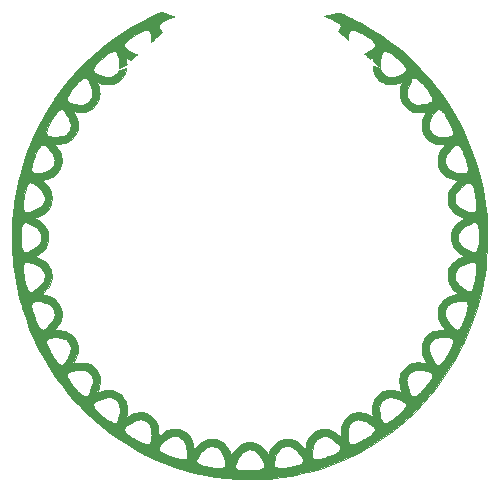
<source format=gbr>
%TF.GenerationSoftware,KiCad,Pcbnew,5.1.10*%
%TF.CreationDate,2021-10-23T16:34:25+02:00*%
%TF.ProjectId,xmas-badge,786d6173-2d62-4616-9467-652e6b696361,rev?*%
%TF.SameCoordinates,Original*%
%TF.FileFunction,Legend,Top*%
%TF.FilePolarity,Positive*%
%FSLAX46Y46*%
G04 Gerber Fmt 4.6, Leading zero omitted, Abs format (unit mm)*
G04 Created by KiCad (PCBNEW 5.1.10) date 2021-10-23 16:34:25*
%MOMM*%
%LPD*%
G01*
G04 APERTURE LIST*
%ADD10C,0.010000*%
%ADD11C,0.150000*%
G04 APERTURE END LIST*
D10*
%TO.C,G\u002A\u002A\u002A*%
G36*
X41107816Y-30698707D02*
G01*
X41241368Y-30751173D01*
X41362707Y-30799197D01*
X41465950Y-30840423D01*
X41545216Y-30872493D01*
X41594621Y-30893050D01*
X41607770Y-30899031D01*
X41618066Y-30912206D01*
X41604034Y-30929680D01*
X41562196Y-30953195D01*
X41489072Y-30984498D01*
X41381185Y-31025332D01*
X41291933Y-31057398D01*
X41066834Y-31144679D01*
X40867200Y-31237263D01*
X40695629Y-31333287D01*
X40554717Y-31430884D01*
X40447061Y-31528191D01*
X40375258Y-31623341D01*
X40341905Y-31714472D01*
X40339781Y-31741178D01*
X40353902Y-31807528D01*
X40393388Y-31893263D01*
X40452764Y-31988767D01*
X40526560Y-32084421D01*
X40550475Y-32111470D01*
X40657964Y-32229079D01*
X40376990Y-32478991D01*
X40268207Y-32575750D01*
X40153821Y-32677494D01*
X40044396Y-32774829D01*
X39950496Y-32858357D01*
X39910989Y-32893501D01*
X39837062Y-32958105D01*
X39774301Y-33010781D01*
X39729544Y-33045935D01*
X39709905Y-33058008D01*
X39704207Y-33038039D01*
X39699258Y-32983120D01*
X39695461Y-32900633D01*
X39693220Y-32797961D01*
X39692823Y-32745800D01*
X39688818Y-32568349D01*
X39677130Y-32426554D01*
X39656297Y-32314196D01*
X39624860Y-32225058D01*
X39581357Y-32152921D01*
X39543412Y-32109679D01*
X39470460Y-32036727D01*
X39306988Y-32046890D01*
X39131186Y-32074393D01*
X38942877Y-32136421D01*
X38739157Y-32234063D01*
X38614350Y-32306487D01*
X38521657Y-32362901D01*
X38429913Y-32417979D01*
X38352866Y-32463496D01*
X38321815Y-32481433D01*
X38091755Y-32619881D01*
X37892711Y-32755248D01*
X37726273Y-32886032D01*
X37594035Y-33010732D01*
X37497587Y-33127846D01*
X37438523Y-33235874D01*
X37418433Y-33333313D01*
X37418433Y-33333474D01*
X37435557Y-33422347D01*
X37487776Y-33513969D01*
X37576356Y-33609495D01*
X37702568Y-33710080D01*
X37867680Y-33816879D01*
X38072960Y-33931047D01*
X38077387Y-33933363D01*
X38176104Y-33983575D01*
X38272262Y-34030112D01*
X38353377Y-34067057D01*
X38398106Y-34085384D01*
X38454318Y-34109192D01*
X38488309Y-34129608D01*
X38493356Y-34137938D01*
X38474890Y-34159159D01*
X38431083Y-34201009D01*
X38368712Y-34257636D01*
X38294551Y-34323187D01*
X38215378Y-34391809D01*
X38137967Y-34457649D01*
X38069095Y-34514856D01*
X38015538Y-34557575D01*
X37984071Y-34579955D01*
X37979350Y-34581909D01*
X37952986Y-34572138D01*
X37898775Y-34545714D01*
X37825566Y-34507093D01*
X37769498Y-34476167D01*
X37690043Y-34433001D01*
X37625074Y-34400338D01*
X37582772Y-34382137D01*
X37570992Y-34380152D01*
X37569113Y-34404270D01*
X37572927Y-34459436D01*
X37581612Y-34534870D01*
X37584334Y-34554828D01*
X37597450Y-34649676D01*
X37609920Y-34742352D01*
X37619126Y-34813389D01*
X37619396Y-34815564D01*
X37631296Y-34911446D01*
X37329073Y-35073986D01*
X37026850Y-35236527D01*
X37013376Y-34967522D01*
X36990506Y-34679212D01*
X36952754Y-34429936D01*
X36900161Y-34219900D01*
X36832769Y-34049307D01*
X36821447Y-34027246D01*
X36761739Y-33931580D01*
X36699609Y-33871713D01*
X36626308Y-33841584D01*
X36543695Y-33834885D01*
X36446903Y-33848279D01*
X36336613Y-33886692D01*
X36210469Y-33951572D01*
X36066116Y-34044367D01*
X35901201Y-34166526D01*
X35713367Y-34319497D01*
X35605769Y-34411774D01*
X35395956Y-34599506D01*
X35221036Y-34767553D01*
X35079495Y-34917836D01*
X34969822Y-35052275D01*
X34890503Y-35172791D01*
X34840027Y-35281305D01*
X34816879Y-35379737D01*
X34814933Y-35415926D01*
X34819713Y-35480339D01*
X34839326Y-35531237D01*
X34881681Y-35587090D01*
X34894308Y-35601292D01*
X34979537Y-35674938D01*
X35103943Y-35750004D01*
X35268415Y-35826932D01*
X35473841Y-35906164D01*
X35576933Y-35941704D01*
X35688991Y-35978408D01*
X35774609Y-36003301D01*
X35847251Y-36018703D01*
X35920382Y-36026934D01*
X36007467Y-36030317D01*
X36095517Y-36031088D01*
X36203626Y-36031055D01*
X36280374Y-36028655D01*
X36336732Y-36021836D01*
X36383672Y-36008545D01*
X36432164Y-35986729D01*
X36486529Y-35957933D01*
X36592980Y-35890219D01*
X36699765Y-35804789D01*
X36796273Y-35711542D01*
X36871892Y-35620379D01*
X36904100Y-35568338D01*
X36921127Y-35537421D01*
X36940414Y-35512782D01*
X36968385Y-35491052D01*
X37011462Y-35468862D01*
X37076068Y-35442843D01*
X37168625Y-35409627D01*
X37279908Y-35371214D01*
X37390956Y-35333660D01*
X37487226Y-35302175D01*
X37561975Y-35278877D01*
X37608463Y-35265884D01*
X37620692Y-35264136D01*
X37620259Y-35286848D01*
X37612427Y-35340273D01*
X37598809Y-35413761D01*
X37595619Y-35429511D01*
X37524651Y-35673024D01*
X37416962Y-35898233D01*
X37275428Y-36101800D01*
X37102926Y-36280387D01*
X36902334Y-36430658D01*
X36676528Y-36549275D01*
X36605794Y-36577630D01*
X36524558Y-36606101D01*
X36452350Y-36625565D01*
X36376171Y-36638212D01*
X36283024Y-36646230D01*
X36166814Y-36651560D01*
X36005281Y-36653486D01*
X35860987Y-36645209D01*
X35721121Y-36624669D01*
X35572875Y-36589811D01*
X35403439Y-36538575D01*
X35347086Y-36519880D01*
X35250435Y-36488114D01*
X35187497Y-36469920D01*
X35152269Y-36464214D01*
X35138746Y-36469910D01*
X35139677Y-36482432D01*
X35208433Y-36701241D01*
X35261293Y-36888399D01*
X35299577Y-37050928D01*
X35324606Y-37195853D01*
X35337700Y-37330197D01*
X35340177Y-37460984D01*
X35337443Y-37534850D01*
X35303549Y-37785106D01*
X35231605Y-38022773D01*
X35124282Y-38243765D01*
X34984247Y-38443993D01*
X34814170Y-38619370D01*
X34616718Y-38765808D01*
X34486850Y-38837770D01*
X34283683Y-38921677D01*
X34073905Y-38975598D01*
X33850470Y-39000442D01*
X33606338Y-38997119D01*
X33408526Y-38977102D01*
X33310295Y-38964729D01*
X33228626Y-38955651D01*
X33171912Y-38950718D01*
X33148545Y-38950777D01*
X33148469Y-38950842D01*
X33154611Y-38971370D01*
X33176644Y-39022048D01*
X33211135Y-39095363D01*
X33254652Y-39183798D01*
X33256952Y-39188379D01*
X33360250Y-39411786D01*
X33435261Y-39616663D01*
X33485247Y-39812708D01*
X33503316Y-39920720D01*
X33515594Y-40160649D01*
X33488703Y-40399914D01*
X33425357Y-40633186D01*
X33328265Y-40855135D01*
X33200140Y-41060431D01*
X33043693Y-41243745D01*
X32861636Y-41399747D01*
X32699061Y-41501469D01*
X32553124Y-41565310D01*
X32375367Y-41620419D01*
X32175771Y-41664770D01*
X31964316Y-41696333D01*
X31750982Y-41713082D01*
X31646840Y-41715267D01*
X31584226Y-41717252D01*
X31543290Y-41722360D01*
X31534100Y-41726979D01*
X31546425Y-41747732D01*
X31579305Y-41793006D01*
X31626602Y-41854465D01*
X31647163Y-41880437D01*
X31748847Y-42011969D01*
X31829191Y-42126563D01*
X31896630Y-42237370D01*
X31959604Y-42357540D01*
X31979034Y-42397692D01*
X32047172Y-42552538D01*
X32093336Y-42690709D01*
X32121022Y-42827929D01*
X32133728Y-42979923D01*
X32135589Y-43101683D01*
X32130343Y-43268953D01*
X32113656Y-43411375D01*
X32082022Y-43543763D01*
X32031935Y-43680930D01*
X31962706Y-43831933D01*
X31910419Y-43932662D01*
X31858960Y-44014979D01*
X31798473Y-44092374D01*
X31719096Y-44178337D01*
X31682133Y-44215852D01*
X31593440Y-44302100D01*
X31518746Y-44366191D01*
X31444355Y-44417987D01*
X31356571Y-44467347D01*
X31278897Y-44506178D01*
X31100656Y-44582344D01*
X30901441Y-44649969D01*
X30700167Y-44703272D01*
X30532509Y-44734274D01*
X30434162Y-44747754D01*
X30683592Y-44993635D01*
X30872257Y-45193024D01*
X31023194Y-45384015D01*
X31138745Y-45571872D01*
X31221249Y-45761863D01*
X31273048Y-45959254D01*
X31296480Y-46169310D01*
X31295416Y-46370364D01*
X31262498Y-46628175D01*
X31192015Y-46870611D01*
X31085639Y-47094420D01*
X30945045Y-47296350D01*
X30771906Y-47473149D01*
X30696501Y-47534148D01*
X30564083Y-47623928D01*
X30403917Y-47715845D01*
X30229552Y-47802727D01*
X30054539Y-47877400D01*
X30031267Y-47886281D01*
X29955033Y-47915686D01*
X29894644Y-47940408D01*
X29860726Y-47956056D01*
X29857634Y-47958032D01*
X29868421Y-47973128D01*
X29909017Y-48004861D01*
X29972756Y-48048382D01*
X30042159Y-48092252D01*
X30276325Y-48247546D01*
X30471948Y-48403999D01*
X30632741Y-48565297D01*
X30762420Y-48735128D01*
X30857080Y-48901350D01*
X30950726Y-49140122D01*
X31004635Y-49387762D01*
X31019052Y-49639305D01*
X30994218Y-49889786D01*
X30930379Y-50134238D01*
X30827778Y-50367698D01*
X30781201Y-50448417D01*
X30683005Y-50583335D01*
X30552912Y-50724936D01*
X30398892Y-50865667D01*
X30228916Y-50997972D01*
X30130950Y-51064777D01*
X30045975Y-51120084D01*
X29973786Y-51167602D01*
X29921953Y-51202312D01*
X29898047Y-51219194D01*
X29897951Y-51219276D01*
X29907410Y-51233017D01*
X29948331Y-51255237D01*
X30011955Y-51281210D01*
X30014368Y-51282087D01*
X30302937Y-51402935D01*
X30554194Y-51543355D01*
X30768610Y-51703829D01*
X30946658Y-51884841D01*
X31088811Y-52086874D01*
X31195541Y-52310412D01*
X31267321Y-52555938D01*
X31269308Y-52565427D01*
X31302897Y-52825110D01*
X31294892Y-53077760D01*
X31245251Y-53323483D01*
X31153933Y-53562385D01*
X31020895Y-53794571D01*
X30846097Y-54020146D01*
X30629496Y-54239218D01*
X30600850Y-54264935D01*
X30534128Y-54326261D01*
X30482936Y-54377470D01*
X30453329Y-54412234D01*
X30448925Y-54423703D01*
X30478334Y-54434159D01*
X30505753Y-54436461D01*
X30559440Y-54442683D01*
X30643045Y-54459500D01*
X30746296Y-54484199D01*
X30858923Y-54514069D01*
X30970654Y-54546398D01*
X31071218Y-54578475D01*
X31143567Y-54604840D01*
X31377828Y-54720580D01*
X31585611Y-54868586D01*
X31764791Y-55046497D01*
X31913245Y-55251952D01*
X32028849Y-55482591D01*
X32088218Y-55654714D01*
X32117860Y-55797237D01*
X32134531Y-55963247D01*
X32138014Y-56137457D01*
X32128091Y-56304577D01*
X32104547Y-56449318D01*
X32099753Y-56468433D01*
X32050199Y-56614005D01*
X31976137Y-56778106D01*
X31883718Y-56950076D01*
X31779094Y-57119255D01*
X31668417Y-57274981D01*
X31559272Y-57405058D01*
X31505013Y-57463267D01*
X31662431Y-57463633D01*
X31833424Y-57469464D01*
X32012736Y-57485000D01*
X32185156Y-57508434D01*
X32335474Y-57537962D01*
X32376353Y-57548384D01*
X32612938Y-57634250D01*
X32827947Y-57754873D01*
X33018748Y-57907148D01*
X33182710Y-58087975D01*
X33317202Y-58294249D01*
X33419590Y-58522870D01*
X33487244Y-58770734D01*
X33504469Y-58878271D01*
X33516048Y-59086658D01*
X33496793Y-59299550D01*
X33445610Y-59521581D01*
X33361408Y-59757384D01*
X33243096Y-60011590D01*
X33232657Y-60031834D01*
X33108588Y-60270909D01*
X33268552Y-60239667D01*
X33371561Y-60225221D01*
X33508529Y-60214759D01*
X33671226Y-60208800D01*
X33777767Y-60207602D01*
X33910862Y-60207776D01*
X34011061Y-60209695D01*
X34087794Y-60214370D01*
X34150492Y-60222812D01*
X34208587Y-60236032D01*
X34271508Y-60255044D01*
X34296350Y-60263231D01*
X34494299Y-60342977D01*
X34669926Y-60445227D01*
X34835605Y-60577764D01*
X34910183Y-60649332D01*
X35039732Y-60790672D01*
X35140240Y-60928223D01*
X35220906Y-61076360D01*
X35286824Y-61238014D01*
X35340061Y-61441094D01*
X35363484Y-61668232D01*
X35357550Y-61913895D01*
X35322719Y-62172548D01*
X35259451Y-62438661D01*
X35168204Y-62706699D01*
X35164078Y-62717133D01*
X35162690Y-62732530D01*
X35179537Y-62735694D01*
X35220909Y-62725537D01*
X35293095Y-62700969D01*
X35325819Y-62689124D01*
X35512456Y-62625607D01*
X35676534Y-62581141D01*
X35831867Y-62553117D01*
X35992269Y-62538926D01*
X36137850Y-62535782D01*
X36259938Y-62536995D01*
X36352130Y-62541363D01*
X36426835Y-62550459D01*
X36496459Y-62565852D01*
X36573411Y-62589114D01*
X36582350Y-62592053D01*
X36767302Y-62665121D01*
X36932671Y-62757994D01*
X37090343Y-62878195D01*
X37207333Y-62987436D01*
X37368555Y-63171802D01*
X37492263Y-63367632D01*
X37583133Y-63582925D01*
X37612395Y-63680198D01*
X37636377Y-63804524D01*
X37651486Y-63958752D01*
X37657888Y-64131426D01*
X37655753Y-64311090D01*
X37645248Y-64486288D01*
X37626541Y-64645567D01*
X37599799Y-64777469D01*
X37596126Y-64790679D01*
X37605574Y-64798107D01*
X37644607Y-64787365D01*
X37715208Y-64757653D01*
X37819360Y-64708170D01*
X37899039Y-64668529D01*
X38079010Y-64581807D01*
X38233937Y-64516849D01*
X38373331Y-64470960D01*
X38506700Y-64441445D01*
X38643554Y-64425611D01*
X38773100Y-64420864D01*
X39025660Y-64437295D01*
X39260669Y-64491592D01*
X39479920Y-64584540D01*
X39685205Y-64716920D01*
X39878316Y-64889516D01*
X39901624Y-64913889D01*
X40032915Y-65070818D01*
X40137563Y-65236646D01*
X40217711Y-65417384D01*
X40275504Y-65619041D01*
X40313084Y-65847628D01*
X40332594Y-66109155D01*
X40333166Y-66124087D01*
X40345333Y-66455824D01*
X40517008Y-66316056D01*
X40712855Y-66165306D01*
X40893119Y-66046096D01*
X41065317Y-65954492D01*
X41236967Y-65886561D01*
X41415586Y-65838369D01*
X41439299Y-65833431D01*
X41679213Y-65806415D01*
X41921943Y-65821419D01*
X42166517Y-65878300D01*
X42411968Y-65976913D01*
X42413767Y-65977789D01*
X42572946Y-66073224D01*
X42730139Y-66199868D01*
X42874917Y-66347448D01*
X42996854Y-66505689D01*
X43063320Y-66617850D01*
X43165114Y-66850568D01*
X43247767Y-67112517D01*
X43295200Y-67322080D01*
X43312401Y-67406427D01*
X43328418Y-67474518D01*
X43340692Y-67515871D01*
X43344158Y-67522793D01*
X43362410Y-67514043D01*
X43401936Y-67478442D01*
X43456924Y-67421670D01*
X43521561Y-67349412D01*
X43521836Y-67349094D01*
X43726302Y-67137193D01*
X43941194Y-66961775D01*
X44163966Y-66824562D01*
X44392074Y-66727279D01*
X44477517Y-66701696D01*
X44605069Y-66678770D01*
X44758184Y-66668082D01*
X44921956Y-66669448D01*
X45081478Y-66682685D01*
X45221843Y-66707611D01*
X45235293Y-66711011D01*
X45464834Y-66792168D01*
X45679216Y-66909651D01*
X45871756Y-67059008D01*
X46035775Y-67235786D01*
X46049354Y-67253476D01*
X46132597Y-67371722D01*
X46209212Y-67498737D01*
X46283109Y-67642233D01*
X46358199Y-67809923D01*
X46438396Y-68009521D01*
X46455599Y-68054495D01*
X46478698Y-68115306D01*
X46581114Y-67944903D01*
X46734566Y-67707665D01*
X46887059Y-67509427D01*
X47041599Y-67347039D01*
X47201193Y-67217355D01*
X47368849Y-67117225D01*
X47374287Y-67114520D01*
X47524463Y-67046586D01*
X47661868Y-67000342D01*
X47804293Y-66971060D01*
X47969529Y-66954012D01*
X47981033Y-66953244D01*
X48234378Y-66957094D01*
X48477384Y-67001651D01*
X48707940Y-67086096D01*
X48923935Y-67209611D01*
X49123258Y-67371376D01*
X49165249Y-67412612D01*
X49236269Y-67491830D01*
X49318705Y-67594741D01*
X49403885Y-67709421D01*
X49483138Y-67823949D01*
X49547794Y-67926404D01*
X49576326Y-67977808D01*
X49603223Y-68022906D01*
X49624396Y-68045862D01*
X49627041Y-68046600D01*
X49641229Y-68028204D01*
X49664131Y-67979732D01*
X49691043Y-67911260D01*
X49693765Y-67903725D01*
X49812299Y-67621402D01*
X49952585Y-67374975D01*
X50114412Y-67164631D01*
X50297571Y-66990556D01*
X50501852Y-66852936D01*
X50727043Y-66751958D01*
X50972936Y-66687806D01*
X51084153Y-66671684D01*
X51334122Y-66663581D01*
X51576124Y-66696627D01*
X51810436Y-66770947D01*
X52037335Y-66886669D01*
X52257098Y-67043917D01*
X52470001Y-67242820D01*
X52565737Y-67348369D01*
X52630554Y-67420840D01*
X52685783Y-67477863D01*
X52725614Y-67513763D01*
X52744238Y-67522866D01*
X52744305Y-67522793D01*
X52754291Y-67496117D01*
X52769249Y-67438058D01*
X52786647Y-67358896D01*
X52795135Y-67316350D01*
X52853205Y-67061507D01*
X52923495Y-66841474D01*
X53009108Y-66649721D01*
X53113144Y-66479720D01*
X53238707Y-66324940D01*
X53292867Y-66268600D01*
X53470886Y-66109928D01*
X53651836Y-65988859D01*
X53844488Y-65901067D01*
X54057617Y-65842227D01*
X54206729Y-65818029D01*
X54431351Y-65807123D01*
X54653408Y-65832309D01*
X54875601Y-65894562D01*
X55100634Y-65994855D01*
X55331211Y-66134161D01*
X55560272Y-66305489D01*
X55748767Y-66458796D01*
X55748767Y-66353267D01*
X56354886Y-66353267D01*
X56357079Y-66554839D01*
X56368298Y-66718750D01*
X56390347Y-66849052D01*
X56425029Y-66949795D01*
X56474148Y-67025030D01*
X56539510Y-67078810D01*
X56622918Y-67115186D01*
X56702671Y-67134267D01*
X56728326Y-67131876D01*
X56782749Y-67123472D01*
X56840254Y-67113383D01*
X56975494Y-67078251D01*
X57133280Y-67019890D01*
X57303823Y-66942397D01*
X57477336Y-66849866D01*
X57496224Y-66838921D01*
X57604731Y-66776206D01*
X57727088Y-66706530D01*
X57841548Y-66642252D01*
X57872120Y-66625303D01*
X58053401Y-66520496D01*
X58203079Y-66422796D01*
X58329774Y-66326106D01*
X58442105Y-66224332D01*
X58449584Y-66216929D01*
X58552961Y-66103224D01*
X58619481Y-66002647D01*
X58650769Y-65910687D01*
X58648450Y-65822833D01*
X58619671Y-65744889D01*
X58566913Y-65671621D01*
X58480764Y-65586944D01*
X58366998Y-65495509D01*
X58231391Y-65401970D01*
X58083898Y-65313319D01*
X57874720Y-65202303D01*
X57691848Y-65119436D01*
X57531116Y-65063478D01*
X57388359Y-65033194D01*
X57259408Y-65027346D01*
X57162288Y-65039658D01*
X56991583Y-65093046D01*
X56829572Y-65177391D01*
X56684811Y-65286392D01*
X56565859Y-65413747D01*
X56489954Y-65534716D01*
X56443553Y-65641799D01*
X56408379Y-65754666D01*
X56383164Y-65880995D01*
X56366642Y-66028463D01*
X56357545Y-66204751D01*
X56354886Y-66353267D01*
X55748767Y-66353267D01*
X55748767Y-66227646D01*
X55756426Y-65991112D01*
X55780579Y-65781939D01*
X55822984Y-65587804D01*
X55855343Y-65481112D01*
X55925582Y-65297798D01*
X56007423Y-65142431D01*
X56109220Y-65000750D01*
X56190879Y-64908360D01*
X56382870Y-64734326D01*
X56596751Y-64596442D01*
X56833892Y-64493835D01*
X56844626Y-64490202D01*
X56941973Y-64459075D01*
X57020590Y-64439005D01*
X57095842Y-64427652D01*
X57183097Y-64422671D01*
X57293933Y-64421715D01*
X57442779Y-64426142D01*
X57576748Y-64440626D01*
X57705487Y-64467826D01*
X57838640Y-64510402D01*
X57985852Y-64571011D01*
X58156769Y-64652315D01*
X58189161Y-64668529D01*
X58314460Y-64730294D01*
X58405014Y-64771808D01*
X58462807Y-64793871D01*
X58489822Y-64797282D01*
X58492074Y-64790679D01*
X58464396Y-64662758D01*
X58444733Y-64506110D01*
X58433253Y-64332192D01*
X58431370Y-64224052D01*
X59035780Y-64224052D01*
X59037021Y-64247183D01*
X59056984Y-64477520D01*
X59088121Y-64687408D01*
X59129290Y-64873263D01*
X59179348Y-65031504D01*
X59237152Y-65158548D01*
X59301558Y-65250811D01*
X59371424Y-65304711D01*
X59374911Y-65306279D01*
X59440282Y-65328774D01*
X59503312Y-65333963D01*
X59577996Y-65321306D01*
X59663985Y-65295140D01*
X59794068Y-65242703D01*
X59929806Y-65170036D01*
X60076454Y-65073726D01*
X60239265Y-64950365D01*
X60397792Y-64818683D01*
X60493141Y-64737090D01*
X60602964Y-64643424D01*
X60709388Y-64552920D01*
X60753044Y-64515896D01*
X60899788Y-64382179D01*
X61027011Y-64247369D01*
X61131337Y-64116138D01*
X61209392Y-63993155D01*
X61257804Y-63883093D01*
X61273267Y-63795734D01*
X61253543Y-63699292D01*
X61193922Y-63607291D01*
X61093726Y-63519064D01*
X60952276Y-63433943D01*
X60862461Y-63390806D01*
X60733183Y-63337778D01*
X60584029Y-63284567D01*
X60427846Y-63235110D01*
X60277483Y-63193342D01*
X60145784Y-63163202D01*
X60086881Y-63153136D01*
X59895371Y-63143672D01*
X59718003Y-63172500D01*
X59551544Y-63240743D01*
X59392763Y-63349524D01*
X59312497Y-63422152D01*
X59198320Y-63552325D01*
X59115794Y-63690912D01*
X59062685Y-63844602D01*
X59036758Y-64020085D01*
X59035780Y-64224052D01*
X58431370Y-64224052D01*
X58430122Y-64152459D01*
X58435510Y-63978366D01*
X58449584Y-63821369D01*
X58472511Y-63692923D01*
X58475805Y-63680198D01*
X58554083Y-63454743D01*
X58662719Y-63252711D01*
X58806589Y-63065755D01*
X58880656Y-62987767D01*
X59041045Y-62842487D01*
X59200182Y-62730119D01*
X59369752Y-62643267D01*
X59505850Y-62592053D01*
X59584279Y-62567882D01*
X59654088Y-62551742D01*
X59727684Y-62542063D01*
X59817475Y-62537275D01*
X59935870Y-62535807D01*
X59950350Y-62535782D01*
X60125289Y-62540544D01*
X60283788Y-62556993D01*
X60439662Y-62587736D01*
X60606726Y-62635383D01*
X60762381Y-62689124D01*
X60846496Y-62718849D01*
X60897668Y-62733797D01*
X60922200Y-62735059D01*
X60926396Y-62723725D01*
X60924285Y-62717133D01*
X60821352Y-62414597D01*
X60756173Y-62125326D01*
X60727946Y-61845102D01*
X60728100Y-61725594D01*
X61323307Y-61725594D01*
X61334580Y-61897163D01*
X61371944Y-62091282D01*
X61434820Y-62313778D01*
X61434877Y-62313959D01*
X61509241Y-62532146D01*
X61581951Y-62710177D01*
X61654105Y-62850144D01*
X61726795Y-62954136D01*
X61801117Y-63024242D01*
X61810287Y-63030536D01*
X61897794Y-63063322D01*
X62003922Y-63060174D01*
X62125234Y-63021291D01*
X62147416Y-63010999D01*
X62235430Y-62958192D01*
X62340305Y-62879070D01*
X62453464Y-62781154D01*
X62566328Y-62671968D01*
X62670319Y-62559034D01*
X62691986Y-62533433D01*
X62767946Y-62442553D01*
X62857179Y-62336538D01*
X62945373Y-62232364D01*
X62984794Y-62186057D01*
X63151040Y-61981986D01*
X63283006Y-61799143D01*
X63381829Y-61635569D01*
X63448649Y-61489305D01*
X63484604Y-61358394D01*
X63490012Y-61316907D01*
X63494378Y-61245364D01*
X63487874Y-61198144D01*
X63465465Y-61157643D01*
X63433429Y-61119074D01*
X63358627Y-61051710D01*
X63258874Y-60993554D01*
X63130443Y-60943313D01*
X62969607Y-60899692D01*
X62772639Y-60861397D01*
X62627933Y-60839369D01*
X62468685Y-60819756D01*
X62339104Y-60810546D01*
X62227815Y-60811766D01*
X62123441Y-60823445D01*
X62035166Y-60840816D01*
X61865085Y-60900308D01*
X61707825Y-60995871D01*
X61573075Y-61121359D01*
X61550711Y-61148210D01*
X61451827Y-61287881D01*
X61381351Y-61426782D01*
X61338704Y-61570743D01*
X61323307Y-61725594D01*
X60728100Y-61725594D01*
X60728151Y-61686017D01*
X60754262Y-61433841D01*
X60813388Y-61205685D01*
X60907717Y-60996554D01*
X61039437Y-60801453D01*
X61187143Y-60638267D01*
X61370378Y-60479393D01*
X61560954Y-60358744D01*
X61765297Y-60273549D01*
X61989832Y-60221042D01*
X62204600Y-60199888D01*
X62358212Y-60198864D01*
X62532134Y-60207740D01*
X62709813Y-60224992D01*
X62874693Y-60249100D01*
X62982739Y-60271432D01*
X63004363Y-60274394D01*
X63011274Y-60265039D01*
X63001633Y-60236839D01*
X62973601Y-60183267D01*
X62942142Y-60127336D01*
X62815990Y-59885825D01*
X62715600Y-59648200D01*
X62678313Y-59542870D01*
X62641276Y-59395793D01*
X62617437Y-59223401D01*
X62609759Y-59081924D01*
X63205283Y-59081924D01*
X63234642Y-59252336D01*
X63295307Y-59441513D01*
X63387923Y-59652255D01*
X63476712Y-59822473D01*
X63586038Y-60010620D01*
X63685971Y-60159858D01*
X63778786Y-60271974D01*
X63866758Y-60348752D01*
X63952163Y-60391977D01*
X64037277Y-60403434D01*
X64124374Y-60384908D01*
X64168651Y-60365332D01*
X64266469Y-60298463D01*
X64373208Y-60194690D01*
X64485933Y-60057751D01*
X64601710Y-59891380D01*
X64717605Y-59699315D01*
X64776493Y-59591381D01*
X64824918Y-59501104D01*
X64871944Y-59416064D01*
X64910370Y-59349179D01*
X64924233Y-59326383D01*
X65005097Y-59184341D01*
X65085546Y-59018159D01*
X65157467Y-58845325D01*
X65191925Y-58749374D01*
X65224842Y-58643941D01*
X65243453Y-58561690D01*
X65250402Y-58487010D01*
X65248853Y-58413077D01*
X65232897Y-58307914D01*
X65195273Y-58226492D01*
X65131275Y-58164730D01*
X65036198Y-58118548D01*
X64905337Y-58083864D01*
X64859318Y-58075251D01*
X64763164Y-58064773D01*
X64636730Y-58059924D01*
X64491632Y-58060281D01*
X64339488Y-58065420D01*
X64191917Y-58074918D01*
X64060534Y-58088352D01*
X63956959Y-58105298D01*
X63942236Y-58108671D01*
X63751092Y-58173784D01*
X63587297Y-58270055D01*
X63449650Y-58398638D01*
X63336952Y-58560687D01*
X63248003Y-58757357D01*
X63237899Y-58786183D01*
X63206584Y-58927474D01*
X63205283Y-59081924D01*
X62609759Y-59081924D01*
X62607529Y-59040837D01*
X62612288Y-58863244D01*
X62632446Y-58705763D01*
X62636758Y-58685195D01*
X62701841Y-58475696D01*
X62800622Y-58268109D01*
X62926411Y-58073460D01*
X63072517Y-57902771D01*
X63160812Y-57821682D01*
X63359643Y-57683623D01*
X63587013Y-57576468D01*
X63842342Y-57500394D01*
X64125053Y-57455576D01*
X64410243Y-57442100D01*
X64595581Y-57442100D01*
X64415775Y-57204603D01*
X64278133Y-57007528D01*
X64161586Y-56809438D01*
X64070678Y-56618834D01*
X64010782Y-56447267D01*
X63989099Y-56332822D01*
X63976415Y-56191018D01*
X63974439Y-56108173D01*
X64570451Y-56108173D01*
X64600239Y-56271514D01*
X64664285Y-56441625D01*
X64763451Y-56623067D01*
X64898599Y-56820399D01*
X64908715Y-56833972D01*
X65057877Y-57023754D01*
X65192813Y-57175089D01*
X65314835Y-57288905D01*
X65425260Y-57366132D01*
X65525402Y-57407699D01*
X65616575Y-57414536D01*
X65695398Y-57390063D01*
X65768569Y-57336894D01*
X65849092Y-57252661D01*
X65929924Y-57146113D01*
X66004021Y-57025995D01*
X66032443Y-56971567D01*
X66069187Y-56889615D01*
X66115343Y-56775433D01*
X66168012Y-56637292D01*
X66224294Y-56483466D01*
X66281290Y-56322226D01*
X66336099Y-56161846D01*
X66385822Y-56010597D01*
X66427560Y-55876752D01*
X66458411Y-55768584D01*
X66468940Y-55726316D01*
X66493942Y-55585235D01*
X66505553Y-55444638D01*
X66503801Y-55315008D01*
X66488711Y-55206826D01*
X66467436Y-55143538D01*
X66415381Y-55068245D01*
X66341981Y-55014558D01*
X66244099Y-54981951D01*
X66118597Y-54969896D01*
X65962338Y-54977866D01*
X65772183Y-55005334D01*
X65711890Y-55016553D01*
X65475736Y-55067877D01*
X65277461Y-55124125D01*
X65112681Y-55187828D01*
X64977009Y-55261517D01*
X64866061Y-55347722D01*
X64775451Y-55448974D01*
X64700793Y-55567804D01*
X64678019Y-55613174D01*
X64610203Y-55783564D01*
X64574060Y-55947043D01*
X64570451Y-56108173D01*
X63974439Y-56108173D01*
X63972714Y-56035854D01*
X63977980Y-55881332D01*
X63992195Y-55741454D01*
X64011731Y-55642933D01*
X64085743Y-55432583D01*
X64189770Y-55229606D01*
X64317652Y-55043454D01*
X64463228Y-54883574D01*
X64560481Y-54801175D01*
X64767988Y-54669247D01*
X65011793Y-54558991D01*
X65291811Y-54470441D01*
X65490798Y-54425017D01*
X65676079Y-54388278D01*
X65454956Y-54178731D01*
X65305179Y-54030716D01*
X65184739Y-53896915D01*
X65087124Y-53769022D01*
X65005825Y-53638732D01*
X64954306Y-53539944D01*
X64887804Y-53385714D01*
X64843271Y-53236693D01*
X64818320Y-53080191D01*
X64810799Y-52908816D01*
X65403402Y-52908816D01*
X65417297Y-53022926D01*
X65433413Y-53093194D01*
X65471311Y-53207721D01*
X65526552Y-53317841D01*
X65603940Y-53430756D01*
X65708280Y-53553671D01*
X65813804Y-53663459D01*
X66004982Y-53845056D01*
X66177623Y-53988716D01*
X66331850Y-54094501D01*
X66467788Y-54162471D01*
X66585561Y-54192687D01*
X66685293Y-54185212D01*
X66767106Y-54140106D01*
X66771080Y-54136543D01*
X66856282Y-54035158D01*
X66933791Y-53896186D01*
X67001902Y-53723947D01*
X67058911Y-53522761D01*
X67103113Y-53296950D01*
X67103664Y-53293433D01*
X67123421Y-53170156D01*
X67146884Y-53028534D01*
X67170170Y-52891867D01*
X67179528Y-52838350D01*
X67215815Y-52592245D01*
X67233729Y-52371039D01*
X67233532Y-52177039D01*
X67215484Y-52012550D01*
X67179847Y-51879878D01*
X67126882Y-51781330D01*
X67056849Y-51719213D01*
X67052610Y-51716953D01*
X66957702Y-51689334D01*
X66832701Y-51687658D01*
X66680452Y-51711274D01*
X66503799Y-51759528D01*
X66305585Y-51831770D01*
X66088655Y-51927345D01*
X66046212Y-51947769D01*
X65856784Y-52052696D01*
X65705736Y-52165785D01*
X65589282Y-52291389D01*
X65503640Y-52433864D01*
X65445027Y-52597566D01*
X65431252Y-52655659D01*
X65408083Y-52792356D01*
X65403402Y-52908816D01*
X64810799Y-52908816D01*
X64810566Y-52903519D01*
X64812960Y-52788077D01*
X64819825Y-52657222D01*
X64830301Y-52554974D01*
X64846504Y-52467633D01*
X64870552Y-52381497D01*
X64880397Y-52351517D01*
X64961331Y-52151032D01*
X65063339Y-51971260D01*
X65189680Y-51809301D01*
X65343613Y-51662255D01*
X65528397Y-51527223D01*
X65747291Y-51401304D01*
X66003555Y-51281599D01*
X66149996Y-51221887D01*
X66163363Y-51210832D01*
X66154322Y-51192929D01*
X66118453Y-51163977D01*
X66051334Y-51119773D01*
X66025564Y-51103608D01*
X65785479Y-50939009D01*
X65584915Y-50768389D01*
X65421183Y-50588972D01*
X65291596Y-50397982D01*
X65233181Y-50285455D01*
X65145899Y-50051243D01*
X65096357Y-49807610D01*
X65086568Y-49610433D01*
X65707683Y-49610433D01*
X65708399Y-49724062D01*
X65711605Y-49806051D01*
X65718888Y-49867084D01*
X65731837Y-49917847D01*
X65752038Y-49969023D01*
X65765256Y-49997896D01*
X65852215Y-50139873D01*
X65981265Y-50284571D01*
X66152264Y-50431862D01*
X66365065Y-50581616D01*
X66543211Y-50690386D01*
X66717479Y-50782271D01*
X66867230Y-50841433D01*
X66994313Y-50868266D01*
X67100578Y-50863165D01*
X67186232Y-50827613D01*
X67236563Y-50776312D01*
X67288037Y-50691662D01*
X67336682Y-50582337D01*
X67378525Y-50457012D01*
X67404391Y-50351267D01*
X67415415Y-50290082D01*
X67424079Y-50223116D01*
X67430639Y-50144620D01*
X67435349Y-50048846D01*
X67438464Y-49930045D01*
X67440239Y-49782470D01*
X67440927Y-49600371D01*
X67440958Y-49525767D01*
X67440733Y-49340738D01*
X67439934Y-49192331D01*
X67438233Y-49074833D01*
X67435302Y-48982534D01*
X67430811Y-48909720D01*
X67424432Y-48850682D01*
X67415837Y-48799706D01*
X67404696Y-48751082D01*
X67394093Y-48711347D01*
X67343427Y-48560672D01*
X67284384Y-48449564D01*
X67214249Y-48375638D01*
X67130305Y-48336509D01*
X67029837Y-48329790D01*
X66969581Y-48338429D01*
X66840309Y-48377253D01*
X66683821Y-48447327D01*
X66499816Y-48548801D01*
X66318794Y-48661646D01*
X66123193Y-48801017D01*
X65967621Y-48938924D01*
X65849926Y-49077516D01*
X65773860Y-49206187D01*
X65746103Y-49267058D01*
X65727429Y-49318122D01*
X65716045Y-49370336D01*
X65710157Y-49434656D01*
X65707971Y-49522037D01*
X65707683Y-49610433D01*
X65086568Y-49610433D01*
X65084079Y-49560317D01*
X65108588Y-49315125D01*
X65169409Y-49077798D01*
X65266064Y-48854095D01*
X65364687Y-48694645D01*
X65472143Y-48560500D01*
X65601512Y-48430308D01*
X65757514Y-48300121D01*
X65944868Y-48165994D01*
X66162265Y-48027634D01*
X66206674Y-47998600D01*
X66218015Y-47981995D01*
X66200407Y-47970024D01*
X66194015Y-47967589D01*
X65913119Y-47854774D01*
X65671160Y-47735939D01*
X65464879Y-47608454D01*
X65291016Y-47469690D01*
X65146311Y-47317017D01*
X65027505Y-47147806D01*
X64931337Y-46959428D01*
X64924620Y-46943678D01*
X64863146Y-46767262D01*
X64825524Y-46581995D01*
X64809439Y-46375188D01*
X64808644Y-46318972D01*
X65403159Y-46318972D01*
X65415882Y-46442026D01*
X65431252Y-46522874D01*
X65474547Y-46675687D01*
X65537796Y-46810662D01*
X65624586Y-46931122D01*
X65738509Y-47040392D01*
X65883152Y-47141792D01*
X66062106Y-47238647D01*
X66278960Y-47334280D01*
X66329517Y-47354466D01*
X66534351Y-47427908D01*
X66707947Y-47474622D01*
X66851728Y-47494810D01*
X66967118Y-47488673D01*
X67054242Y-47457187D01*
X67124554Y-47391694D01*
X67177898Y-47290000D01*
X67214008Y-47154804D01*
X67232618Y-46988807D01*
X67233463Y-46794705D01*
X67216277Y-46575198D01*
X67180794Y-46332985D01*
X67170461Y-46276683D01*
X67152526Y-46178108D01*
X67131767Y-46057681D01*
X67111599Y-45935421D01*
X67103621Y-45885100D01*
X67061413Y-45665549D01*
X67007941Y-45471254D01*
X66944703Y-45304986D01*
X66873199Y-45169514D01*
X66794928Y-45067607D01*
X66711391Y-45002035D01*
X66624087Y-44975567D01*
X66610934Y-44975140D01*
X66505188Y-44993693D01*
X66380791Y-45048951D01*
X66237491Y-45141085D01*
X66075036Y-45270264D01*
X65893172Y-45436658D01*
X65824506Y-45504100D01*
X65694912Y-45639581D01*
X65595720Y-45758507D01*
X65522187Y-45867924D01*
X65469572Y-45974879D01*
X65433413Y-46085339D01*
X65408973Y-46206039D01*
X65403159Y-46318972D01*
X64808644Y-46318972D01*
X64808467Y-46306527D01*
X64820207Y-46088586D01*
X64857867Y-45886637D01*
X64923991Y-45695480D01*
X65021122Y-45509915D01*
X65151801Y-45324739D01*
X65318571Y-45134752D01*
X65441220Y-45012253D01*
X65675853Y-44787418D01*
X65554185Y-44763293D01*
X65258604Y-44693993D01*
X65000241Y-44609859D01*
X64776015Y-44509035D01*
X64582848Y-44389663D01*
X64417661Y-44249886D01*
X64277376Y-44087848D01*
X64175811Y-43931921D01*
X64094196Y-43760602D01*
X64028690Y-43565734D01*
X63984361Y-43364640D01*
X63968194Y-43222379D01*
X63969028Y-43139151D01*
X64566452Y-43139151D01*
X64583938Y-43279246D01*
X64584037Y-43279721D01*
X64642265Y-43481036D01*
X64727930Y-43652836D01*
X64843090Y-43797187D01*
X64989806Y-43916156D01*
X65170136Y-44011812D01*
X65386139Y-44086222D01*
X65387770Y-44086670D01*
X65625288Y-44144991D01*
X65837780Y-44183264D01*
X66022612Y-44201295D01*
X66177152Y-44198886D01*
X66298765Y-44175842D01*
X66343975Y-44157742D01*
X66417921Y-44106234D01*
X66467955Y-44033918D01*
X66496615Y-43934925D01*
X66506441Y-43803390D01*
X66506461Y-43782433D01*
X66503873Y-43696950D01*
X66496211Y-43612879D01*
X66481990Y-43524052D01*
X66459724Y-43424301D01*
X66427927Y-43307459D01*
X66385115Y-43167359D01*
X66329801Y-42997833D01*
X66286408Y-42868850D01*
X66210861Y-42651122D01*
X66143827Y-42469525D01*
X66083181Y-42319214D01*
X66026796Y-42195344D01*
X65972548Y-42093071D01*
X65918311Y-42007551D01*
X65893632Y-41973624D01*
X65800644Y-41864701D01*
X65713960Y-41794862D01*
X65628387Y-41762447D01*
X65538732Y-41765798D01*
X65439804Y-41803255D01*
X65410409Y-41819242D01*
X65321575Y-41882613D01*
X65219016Y-41976140D01*
X65108763Y-42092542D01*
X64996848Y-42224534D01*
X64889304Y-42364832D01*
X64792162Y-42506155D01*
X64711455Y-42641218D01*
X64681375Y-42699517D01*
X64613409Y-42859779D01*
X64575689Y-43002826D01*
X64566452Y-43139151D01*
X63969028Y-43139151D01*
X63970503Y-42992146D01*
X64006781Y-42766263D01*
X64078370Y-42541237D01*
X64186610Y-42313573D01*
X64332842Y-42079776D01*
X64483430Y-41879308D01*
X64598258Y-41736433D01*
X64433304Y-41736259D01*
X64122117Y-41721093D01*
X63840445Y-41675976D01*
X63587432Y-41600450D01*
X63362225Y-41494058D01*
X63163967Y-41356342D01*
X62991806Y-41186845D01*
X62844886Y-40985109D01*
X62766005Y-40843460D01*
X62695696Y-40687358D01*
X62647921Y-40539055D01*
X62620125Y-40385702D01*
X62609753Y-40214446D01*
X62610526Y-40159517D01*
X63210282Y-40159517D01*
X63212099Y-40257871D01*
X63219470Y-40330372D01*
X63235762Y-40393443D01*
X63264344Y-40463510D01*
X63279176Y-40495487D01*
X63364082Y-40653733D01*
X63458807Y-40784709D01*
X63567645Y-40890568D01*
X63694889Y-40973467D01*
X63844835Y-41035560D01*
X64021774Y-41079003D01*
X64230003Y-41105950D01*
X64473813Y-41118558D01*
X64522350Y-41119479D01*
X64629759Y-41118105D01*
X64741214Y-41111925D01*
X64835618Y-41102194D01*
X64850306Y-41099979D01*
X64998525Y-41067202D01*
X65109163Y-41021276D01*
X65185802Y-40958944D01*
X65232021Y-40876950D01*
X65251402Y-40772036D01*
X65252521Y-40734139D01*
X65240532Y-40618737D01*
X65206402Y-40478179D01*
X65153081Y-40321407D01*
X65083516Y-40157362D01*
X65021165Y-40032517D01*
X64899601Y-39806656D01*
X64794488Y-39614961D01*
X64703374Y-39453713D01*
X64623812Y-39319198D01*
X64553350Y-39207700D01*
X64489540Y-39115503D01*
X64429930Y-39038890D01*
X64372073Y-38974147D01*
X64313517Y-38917557D01*
X64251813Y-38865405D01*
X64251601Y-38865235D01*
X64158339Y-38803436D01*
X64069092Y-38772077D01*
X63981883Y-38772529D01*
X63894733Y-38806163D01*
X63805664Y-38874348D01*
X63712698Y-38978456D01*
X63613857Y-39119857D01*
X63507162Y-39299920D01*
X63437410Y-39429267D01*
X63355208Y-39592238D01*
X63294349Y-39729010D01*
X63252142Y-39848235D01*
X63225897Y-39958564D01*
X63212922Y-40068647D01*
X63210282Y-40159517D01*
X62610526Y-40159517D01*
X62611813Y-40068068D01*
X62621253Y-39918138D01*
X62639561Y-39784142D01*
X62669667Y-39656064D01*
X62714501Y-39523888D01*
X62776991Y-39377601D01*
X62860069Y-39207185D01*
X62868482Y-39190664D01*
X63001743Y-38929669D01*
X62830713Y-38959610D01*
X62704554Y-38976354D01*
X62558121Y-38987225D01*
X62402096Y-38992245D01*
X62247161Y-38991434D01*
X62104000Y-38984811D01*
X61983294Y-38972399D01*
X61908267Y-38957834D01*
X61680963Y-38876758D01*
X61467327Y-38760720D01*
X61277761Y-38615497D01*
X61257140Y-38596398D01*
X61078642Y-38403194D01*
X60938795Y-38197241D01*
X60837413Y-37977513D01*
X60774311Y-37742986D01*
X60753913Y-37538784D01*
X61370109Y-37538784D01*
X61372731Y-37617558D01*
X61379929Y-37676670D01*
X61393543Y-37727451D01*
X61415416Y-37781232D01*
X61433918Y-37821023D01*
X61531256Y-37984004D01*
X61655923Y-38125640D01*
X61801273Y-38240627D01*
X61960657Y-38323663D01*
X62119933Y-38368272D01*
X62210806Y-38381180D01*
X62291250Y-38387229D01*
X62374098Y-38386233D01*
X62472181Y-38378006D01*
X62598332Y-38362363D01*
X62606767Y-38361226D01*
X62839262Y-38325122D01*
X63032008Y-38284697D01*
X63187448Y-38239087D01*
X63308024Y-38187430D01*
X63396179Y-38128862D01*
X63454355Y-38062521D01*
X63454915Y-38061619D01*
X63482683Y-38007036D01*
X63493212Y-37951804D01*
X63489960Y-37876478D01*
X63489193Y-37868858D01*
X63463496Y-37753244D01*
X63410270Y-37616531D01*
X63333517Y-37465864D01*
X63237239Y-37308391D01*
X63125440Y-37151259D01*
X63005737Y-37005683D01*
X62951060Y-36941693D01*
X62881895Y-36857509D01*
X62809299Y-36766694D01*
X62772765Y-36719933D01*
X62639315Y-36558847D01*
X62503826Y-36416521D01*
X62370526Y-36296319D01*
X62243643Y-36201603D01*
X62127406Y-36135737D01*
X62026044Y-36102083D01*
X61991282Y-36098410D01*
X61909227Y-36111952D01*
X61830231Y-36158012D01*
X61753315Y-36238145D01*
X61677502Y-36353901D01*
X61601816Y-36506833D01*
X61525278Y-36698495D01*
X61446912Y-36930437D01*
X61426859Y-36995100D01*
X61400954Y-37088169D01*
X61384271Y-37173176D01*
X61374861Y-37265060D01*
X61370774Y-37378761D01*
X61370222Y-37429017D01*
X61370109Y-37538784D01*
X60753913Y-37538784D01*
X60749302Y-37492633D01*
X60762200Y-37225430D01*
X60812820Y-36940352D01*
X60900975Y-36636373D01*
X60901352Y-36635267D01*
X60926821Y-36558896D01*
X60945889Y-36498561D01*
X60955206Y-36464950D01*
X60955619Y-36462042D01*
X60937065Y-36462463D01*
X60886678Y-36474737D01*
X60812560Y-36496674D01*
X60738808Y-36520656D01*
X60560565Y-36577110D01*
X60407161Y-36616490D01*
X60265679Y-36640862D01*
X60123199Y-36652294D01*
X59966803Y-36652851D01*
X59921386Y-36651438D01*
X59796930Y-36645420D01*
X59702208Y-36636594D01*
X59624625Y-36622950D01*
X59551588Y-36602477D01*
X59499136Y-36584015D01*
X59296946Y-36495127D01*
X59120818Y-36385809D01*
X58955910Y-36246528D01*
X58922401Y-36213668D01*
X58771110Y-36043666D01*
X58654790Y-35869471D01*
X58566572Y-35680421D01*
X58550361Y-35636084D01*
X58525991Y-35555043D01*
X58503292Y-35459551D01*
X58483752Y-35359051D01*
X58468858Y-35262983D01*
X58460098Y-35180787D01*
X58458958Y-35121905D01*
X58465405Y-35096906D01*
X58489933Y-35097753D01*
X58547113Y-35110496D01*
X58629592Y-35133185D01*
X58730018Y-35163868D01*
X58784886Y-35181671D01*
X58901317Y-35220471D01*
X58983742Y-35249461D01*
X59038402Y-35271959D01*
X59071537Y-35291286D01*
X59089387Y-35310759D01*
X59098192Y-35333698D01*
X59101663Y-35350155D01*
X59147641Y-35489552D01*
X59229154Y-35628756D01*
X59340038Y-35760275D01*
X59474128Y-35876615D01*
X59601670Y-35957933D01*
X59661021Y-35989230D01*
X59708893Y-36010145D01*
X59756257Y-36022732D01*
X59814084Y-36029042D01*
X59893347Y-36031128D01*
X59992683Y-36031088D01*
X60098229Y-36029972D01*
X60180049Y-36026015D01*
X60250973Y-36016973D01*
X60323830Y-36000600D01*
X60411449Y-35974651D01*
X60521850Y-35938485D01*
X60744770Y-35858254D01*
X60926314Y-35779783D01*
X61067378Y-35702620D01*
X61168863Y-35626313D01*
X61195061Y-35599875D01*
X61242919Y-35540804D01*
X61266280Y-35489995D01*
X61273160Y-35428596D01*
X61273267Y-35415904D01*
X61254102Y-35299563D01*
X61197696Y-35169058D01*
X61105681Y-35026990D01*
X60979689Y-34875958D01*
X60855092Y-34750012D01*
X60609744Y-34523024D01*
X60388315Y-34329495D01*
X60189678Y-34168755D01*
X60012708Y-34040131D01*
X59856280Y-33942952D01*
X59719269Y-33876545D01*
X59600549Y-33840240D01*
X59498994Y-33833365D01*
X59413479Y-33855248D01*
X59383593Y-33871851D01*
X59323345Y-33932333D01*
X59266207Y-34030014D01*
X59213632Y-34159791D01*
X59167070Y-34316561D01*
X59127973Y-34495221D01*
X59097793Y-34690668D01*
X59077981Y-34897802D01*
X59074412Y-34958733D01*
X59061350Y-35218949D01*
X58770195Y-34963170D01*
X58479040Y-34707390D01*
X58492330Y-34618287D01*
X58505391Y-34534879D01*
X58519616Y-34449643D01*
X58521065Y-34441345D01*
X58536509Y-34353507D01*
X58401709Y-34427602D01*
X58332242Y-34462518D01*
X58275281Y-34485218D01*
X58242246Y-34491221D01*
X58240796Y-34490772D01*
X58215765Y-34473278D01*
X58167201Y-34434058D01*
X58102192Y-34379316D01*
X58027824Y-34315257D01*
X57951183Y-34248088D01*
X57879356Y-34184012D01*
X57819430Y-34129236D01*
X57778491Y-34089964D01*
X57763758Y-34073060D01*
X57778852Y-34057684D01*
X57824687Y-34028837D01*
X57893667Y-33991002D01*
X57958019Y-33958444D01*
X58177048Y-33843067D01*
X58356576Y-33730924D01*
X58496096Y-33622461D01*
X58595099Y-33518123D01*
X58653079Y-33418356D01*
X58669767Y-33333474D01*
X58649945Y-33237462D01*
X58591847Y-33130502D01*
X58497520Y-33014530D01*
X58369013Y-32891479D01*
X58208375Y-32763286D01*
X58017654Y-32631883D01*
X57798899Y-32499207D01*
X57767560Y-32481433D01*
X57703858Y-32444623D01*
X57618012Y-32393733D01*
X57523851Y-32337000D01*
X57473850Y-32306487D01*
X57299315Y-32208851D01*
X57128714Y-32131295D01*
X56968184Y-32075792D01*
X56823863Y-32044316D01*
X56701889Y-32038838D01*
X56659238Y-32044674D01*
X56575449Y-32080591D01*
X56507399Y-32151147D01*
X56454499Y-32257642D01*
X56416160Y-32401376D01*
X56391791Y-32583649D01*
X56387210Y-32644577D01*
X56373183Y-32863672D01*
X56034517Y-32566921D01*
X55927960Y-32473609D01*
X55826885Y-32385200D01*
X55737548Y-32307158D01*
X55666202Y-32244946D01*
X55619102Y-32204027D01*
X55612823Y-32198604D01*
X55529797Y-32127038D01*
X55594036Y-32047100D01*
X55652476Y-31965426D01*
X55701839Y-31880021D01*
X55735983Y-31802844D01*
X55748766Y-31745855D01*
X55748767Y-31745766D01*
X55728536Y-31656661D01*
X55670084Y-31562324D01*
X55576775Y-31465459D01*
X55451970Y-31368771D01*
X55299031Y-31274965D01*
X55121322Y-31186745D01*
X54981971Y-31128989D01*
X54806804Y-31061765D01*
X54667119Y-31007982D01*
X54558836Y-30966016D01*
X54477875Y-30934244D01*
X54420154Y-30911042D01*
X54381595Y-30894787D01*
X54358116Y-30883855D01*
X54345638Y-30876623D01*
X54343413Y-30874919D01*
X54336825Y-30868859D01*
X54336685Y-30863387D01*
X54348049Y-30857212D01*
X54375974Y-30849043D01*
X54425514Y-30837590D01*
X54501728Y-30821563D01*
X54609671Y-30799670D01*
X54743350Y-30772838D01*
X54886738Y-30743676D01*
X55046435Y-30710547D01*
X55203553Y-30677402D01*
X55339206Y-30648195D01*
X55346600Y-30646577D01*
X55632350Y-30583994D01*
X55981600Y-30735453D01*
X56163094Y-30816436D01*
X56372015Y-30913480D01*
X56598882Y-31021908D01*
X56834217Y-31137039D01*
X57068543Y-31254195D01*
X57292380Y-31368697D01*
X57496250Y-31475865D01*
X57643183Y-31555713D01*
X58432953Y-32017529D01*
X59201523Y-32515494D01*
X59947439Y-33048313D01*
X60669245Y-33614688D01*
X61365487Y-34213323D01*
X62034709Y-34842920D01*
X62675457Y-35502183D01*
X63286275Y-36189815D01*
X63865709Y-36904518D01*
X64304189Y-37492821D01*
X64831098Y-38263356D01*
X65321386Y-39054734D01*
X65774584Y-39865771D01*
X66190223Y-40695285D01*
X66567832Y-41542090D01*
X66906944Y-42405003D01*
X67207089Y-43282841D01*
X67467797Y-44174420D01*
X67688599Y-45078555D01*
X67869025Y-45994064D01*
X67992303Y-46795267D01*
X68056564Y-47322947D01*
X68105843Y-47839394D01*
X68140745Y-48355376D01*
X68161879Y-48881661D01*
X68169851Y-49429017D01*
X68167063Y-49896183D01*
X68146121Y-50628608D01*
X68103943Y-51332573D01*
X68039544Y-52016795D01*
X67951939Y-52689989D01*
X67840145Y-53360871D01*
X67703175Y-54038157D01*
X67694707Y-54076600D01*
X67472644Y-54984781D01*
X67212087Y-55877173D01*
X66913807Y-56752744D01*
X66578573Y-57610461D01*
X66207154Y-58449292D01*
X65800321Y-59268203D01*
X65358842Y-60066162D01*
X64883488Y-60842136D01*
X64375027Y-61595093D01*
X63834230Y-62323999D01*
X63261866Y-63027823D01*
X62658705Y-63705532D01*
X62025515Y-64356092D01*
X61363068Y-64978472D01*
X60672132Y-65571638D01*
X59953476Y-66134558D01*
X59207871Y-66666199D01*
X58436086Y-67165529D01*
X57638891Y-67631515D01*
X57561498Y-67674212D01*
X56753817Y-68093832D01*
X55931836Y-68473856D01*
X55095246Y-68814374D01*
X54243737Y-69115481D01*
X53377002Y-69377266D01*
X52494730Y-69599823D01*
X51596612Y-69783242D01*
X50682339Y-69927617D01*
X49751603Y-70033039D01*
X49578683Y-70048188D01*
X49450073Y-70056893D01*
X49285622Y-70064796D01*
X49091818Y-70071826D01*
X48875148Y-70077907D01*
X48642099Y-70082968D01*
X48399158Y-70086933D01*
X48152812Y-70089731D01*
X47909547Y-70091287D01*
X47675852Y-70091529D01*
X47458212Y-70090382D01*
X47263114Y-70087774D01*
X47097047Y-70083630D01*
X46966496Y-70077878D01*
X46964600Y-70077765D01*
X46042226Y-70002720D01*
X45136699Y-69889290D01*
X44246000Y-69736987D01*
X43368110Y-69545322D01*
X42501010Y-69313807D01*
X41642680Y-69041954D01*
X40791101Y-68729275D01*
X40151528Y-68462401D01*
X43535623Y-68462401D01*
X43537562Y-68565323D01*
X43573941Y-68652917D01*
X43583641Y-68666505D01*
X43661504Y-68741075D01*
X43776413Y-68812350D01*
X43923098Y-68878163D01*
X44096286Y-68936346D01*
X44290705Y-68984732D01*
X44414017Y-69007936D01*
X44531779Y-69027802D01*
X44668864Y-69051308D01*
X44802926Y-69074611D01*
X44858517Y-69084397D01*
X44980362Y-69105890D01*
X45070477Y-69121199D01*
X45138828Y-69131452D01*
X45195382Y-69137777D01*
X45250105Y-69141302D01*
X45312965Y-69143156D01*
X45388528Y-69144384D01*
X45505625Y-69141621D01*
X45617615Y-69131087D01*
X45701291Y-69115641D01*
X45824607Y-69073846D01*
X45910903Y-69019269D01*
X45932209Y-68990395D01*
X46817056Y-68990395D01*
X46836646Y-69081465D01*
X46887540Y-69152896D01*
X46975943Y-69217877D01*
X47097230Y-69274036D01*
X47246774Y-69319005D01*
X47336604Y-69337614D01*
X47384240Y-69342144D01*
X47467835Y-69345855D01*
X47581024Y-69348640D01*
X47717439Y-69350394D01*
X47870713Y-69351008D01*
X48034478Y-69350377D01*
X48075850Y-69350017D01*
X48261140Y-69347977D01*
X48409899Y-69345596D01*
X48527928Y-69342503D01*
X48621029Y-69338323D01*
X48695003Y-69332685D01*
X48755652Y-69325215D01*
X48808778Y-69315542D01*
X48860183Y-69303291D01*
X48878359Y-69298456D01*
X49044966Y-69242488D01*
X49171081Y-69175662D01*
X49257246Y-69097526D01*
X49304004Y-69007627D01*
X49313574Y-68935600D01*
X49298611Y-68834100D01*
X49259568Y-68717289D01*
X50095118Y-68717289D01*
X50095486Y-68849126D01*
X50126468Y-68953689D01*
X50189542Y-69032976D01*
X50286183Y-69088982D01*
X50417869Y-69123706D01*
X50586076Y-69139143D01*
X50753433Y-69138774D01*
X50882282Y-69131387D01*
X51021528Y-69118237D01*
X51151819Y-69101385D01*
X51229683Y-69088025D01*
X51350469Y-69064845D01*
X51489128Y-69039544D01*
X51621694Y-69016459D01*
X51663600Y-69009480D01*
X51871579Y-68967907D01*
X52060512Y-68915283D01*
X52225338Y-68853674D01*
X52360999Y-68785141D01*
X52462433Y-68711750D01*
X52504559Y-68666505D01*
X52546940Y-68582096D01*
X52555583Y-68483120D01*
X52529997Y-68368559D01*
X52469689Y-68237396D01*
X52374166Y-68088612D01*
X52341890Y-68047433D01*
X53320978Y-68047433D01*
X53345706Y-68183686D01*
X53395718Y-68286433D01*
X53471062Y-68355859D01*
X53536055Y-68383918D01*
X53636026Y-68400515D01*
X53762754Y-68402646D01*
X53903320Y-68390604D01*
X54006519Y-68373184D01*
X54095448Y-68351497D01*
X54207322Y-68319435D01*
X54325613Y-68281918D01*
X54402502Y-68255361D01*
X54524509Y-68211774D01*
X54659675Y-68163990D01*
X54787414Y-68119269D01*
X54849183Y-68097870D01*
X55057298Y-68018664D01*
X55243291Y-67932815D01*
X55403707Y-67842659D01*
X55535091Y-67750534D01*
X55633989Y-67658776D01*
X55696944Y-67569721D01*
X55717727Y-67510508D01*
X55715191Y-67415942D01*
X55674191Y-67308924D01*
X55594431Y-67189053D01*
X55475612Y-67055931D01*
X55317439Y-66909159D01*
X55194588Y-66807213D01*
X54986477Y-66653162D01*
X54795402Y-66537701D01*
X54621183Y-66460742D01*
X54463642Y-66422198D01*
X54393255Y-66417313D01*
X54229124Y-66434842D01*
X54059785Y-66485861D01*
X53897570Y-66565332D01*
X53754812Y-66668217D01*
X53734867Y-66686266D01*
X53648596Y-66781961D01*
X53573234Y-66899184D01*
X53507167Y-67042052D01*
X53448776Y-67214685D01*
X53396446Y-67421200D01*
X53348557Y-67665715D01*
X53347175Y-67673664D01*
X53321484Y-67877487D01*
X53320978Y-68047433D01*
X52341890Y-68047433D01*
X52242937Y-67921190D01*
X52075509Y-67734112D01*
X52030823Y-67687151D01*
X51882901Y-67543370D01*
X51747148Y-67434506D01*
X51617409Y-67357316D01*
X51487529Y-67308556D01*
X51351354Y-67284980D01*
X51261433Y-67281586D01*
X51083631Y-67294887D01*
X50923991Y-67334090D01*
X50780322Y-67401387D01*
X50650431Y-67498974D01*
X50532127Y-67629044D01*
X50423218Y-67793793D01*
X50321511Y-67995413D01*
X50224814Y-68236101D01*
X50180319Y-68363807D01*
X50123888Y-68556182D01*
X50095118Y-68717289D01*
X49259568Y-68717289D01*
X49255083Y-68703873D01*
X49183749Y-68546730D01*
X49085367Y-68364477D01*
X49046462Y-68298071D01*
X48917144Y-68095149D01*
X48792805Y-67930386D01*
X48669699Y-67800518D01*
X48544081Y-67702278D01*
X48412206Y-67632402D01*
X48270327Y-67587624D01*
X48220178Y-67577714D01*
X48026938Y-67565363D01*
X47838630Y-67593833D01*
X47660396Y-67661614D01*
X47497378Y-67767194D01*
X47456459Y-67802149D01*
X47378642Y-67883712D01*
X47289454Y-67995887D01*
X47194446Y-68130478D01*
X47099169Y-68279294D01*
X47009174Y-68434140D01*
X46943431Y-68559427D01*
X46869148Y-68728353D01*
X46827116Y-68871555D01*
X46817056Y-68990395D01*
X45932209Y-68990395D01*
X45964920Y-68946065D01*
X45991399Y-68848387D01*
X45995997Y-68752265D01*
X45983878Y-68641705D01*
X45952489Y-68504380D01*
X45905288Y-68349238D01*
X45845736Y-68185229D01*
X45777292Y-68021301D01*
X45703415Y-67866402D01*
X45627567Y-67729481D01*
X45563082Y-67632508D01*
X45434943Y-67494360D01*
X45281827Y-67389628D01*
X45106181Y-67319479D01*
X44910454Y-67285078D01*
X44826767Y-67281586D01*
X44683630Y-67291229D01*
X44550589Y-67324053D01*
X44421490Y-67383304D01*
X44290178Y-67472224D01*
X44150497Y-67594059D01*
X44057376Y-67687151D01*
X43880751Y-67879878D01*
X43740687Y-68052889D01*
X43636761Y-68207061D01*
X43568548Y-68343273D01*
X43535623Y-68462401D01*
X40151528Y-68462401D01*
X39969017Y-68386245D01*
X39814528Y-68315975D01*
X39631965Y-68229674D01*
X39430280Y-68131824D01*
X39218429Y-68026910D01*
X39005365Y-67919416D01*
X38800043Y-67813825D01*
X38611418Y-67714621D01*
X38448444Y-67626288D01*
X38421970Y-67611579D01*
X38149112Y-67451007D01*
X40367713Y-67451007D01*
X40370473Y-67510508D01*
X40405989Y-67595060D01*
X40479577Y-67684340D01*
X40587593Y-67775883D01*
X40726390Y-67867222D01*
X40892324Y-67955893D01*
X41081750Y-68039430D01*
X41239017Y-68097912D01*
X41352904Y-68137480D01*
X41486163Y-68184321D01*
X41618382Y-68231241D01*
X41687182Y-68255884D01*
X41932640Y-68335041D01*
X42147859Y-68385007D01*
X42332732Y-68405765D01*
X42487151Y-68397298D01*
X42541970Y-68385282D01*
X42636245Y-68341200D01*
X42705426Y-68267594D01*
X42749837Y-68163305D01*
X42769802Y-68027178D01*
X42765645Y-67858056D01*
X42741024Y-67673664D01*
X42691054Y-67419164D01*
X42635096Y-67203003D01*
X42571149Y-67021373D01*
X42497209Y-66870470D01*
X42411273Y-66746485D01*
X42311339Y-66645613D01*
X42195402Y-66564047D01*
X42141766Y-66534788D01*
X41979961Y-66465854D01*
X41823924Y-66427954D01*
X41669531Y-66421988D01*
X41512662Y-66448856D01*
X41349193Y-66509457D01*
X41175002Y-66604690D01*
X40985967Y-66735457D01*
X40893611Y-66807213D01*
X40709934Y-66962988D01*
X40565802Y-67104856D01*
X40460919Y-67233216D01*
X40394988Y-67348466D01*
X40367713Y-67451007D01*
X38149112Y-67451007D01*
X37624802Y-67142461D01*
X36850562Y-66637991D01*
X36100382Y-66099109D01*
X35774919Y-65842166D01*
X37440825Y-65842166D01*
X37452662Y-65949527D01*
X37505393Y-66063059D01*
X37598602Y-66182270D01*
X37731876Y-66306667D01*
X37904798Y-66435760D01*
X38116955Y-66569056D01*
X38216080Y-66625303D01*
X38324710Y-66685974D01*
X38447387Y-66755556D01*
X38561754Y-66821346D01*
X38588313Y-66836814D01*
X38799375Y-66951108D01*
X38992052Y-67036986D01*
X39164338Y-67093954D01*
X39314229Y-67121518D01*
X39439719Y-67119183D01*
X39538804Y-67086455D01*
X39556267Y-67075538D01*
X39624398Y-67003838D01*
X39677413Y-66894464D01*
X39714872Y-66749451D01*
X39736337Y-66570833D01*
X39741369Y-66360643D01*
X39737208Y-66236850D01*
X39722569Y-66034137D01*
X39700465Y-65865642D01*
X39669374Y-65723667D01*
X39627773Y-65600514D01*
X39598246Y-65534716D01*
X39507981Y-65395354D01*
X39384577Y-65269864D01*
X39236494Y-65164267D01*
X39072190Y-65084579D01*
X38900126Y-65036821D01*
X38897945Y-65036448D01*
X38822652Y-65026131D01*
X38758235Y-65025163D01*
X38688136Y-65034715D01*
X38595794Y-65055955D01*
X38585781Y-65058491D01*
X38444778Y-65102612D01*
X38292433Y-65164528D01*
X38135351Y-65240194D01*
X37980139Y-65325565D01*
X37833404Y-65416595D01*
X37701753Y-65509240D01*
X37591793Y-65599455D01*
X37510130Y-65683194D01*
X37470298Y-65741467D01*
X37440825Y-65842166D01*
X35774919Y-65842166D01*
X35375396Y-65526755D01*
X34676737Y-64921869D01*
X34005538Y-64285391D01*
X33574138Y-63837528D01*
X34822585Y-63837528D01*
X34856215Y-63950204D01*
X34902288Y-64039156D01*
X34959073Y-64120440D01*
X35041765Y-64219974D01*
X35142898Y-64329961D01*
X35255005Y-64442605D01*
X35370621Y-64550109D01*
X35481683Y-64644201D01*
X35563072Y-64709902D01*
X35661708Y-64790607D01*
X35762538Y-64873960D01*
X35818573Y-64920728D01*
X36011793Y-65070921D01*
X36194394Y-65189088D01*
X36362594Y-65272878D01*
X36417975Y-65293858D01*
X36513773Y-65323219D01*
X36585680Y-65334402D01*
X36647705Y-65328087D01*
X36706883Y-65307911D01*
X36779555Y-65260762D01*
X36842806Y-65182563D01*
X36897890Y-65070665D01*
X36946058Y-64922419D01*
X36988562Y-64735178D01*
X36995779Y-64696740D01*
X37035394Y-64442506D01*
X37054328Y-64221309D01*
X37051837Y-64028844D01*
X37027177Y-63860804D01*
X36979605Y-63712883D01*
X36908378Y-63580774D01*
X36812751Y-63460170D01*
X36775703Y-63422152D01*
X36619627Y-63291939D01*
X36457547Y-63202845D01*
X36286232Y-63153748D01*
X36102448Y-63143525D01*
X36001319Y-63153136D01*
X35885064Y-63175350D01*
X35743198Y-63211320D01*
X35588566Y-63257108D01*
X35434017Y-63308779D01*
X35292396Y-63362394D01*
X35225739Y-63390806D01*
X35065079Y-63472323D01*
X34945590Y-63555436D01*
X34866116Y-63642463D01*
X34825499Y-63735721D01*
X34822585Y-63837528D01*
X33574138Y-63837528D01*
X33362932Y-63618262D01*
X32750053Y-62921422D01*
X32708124Y-62871350D01*
X32130581Y-62146554D01*
X31587520Y-61397809D01*
X31506326Y-61274532D01*
X32592433Y-61274532D01*
X32609951Y-61398547D01*
X32661425Y-61542438D01*
X32745237Y-61703133D01*
X32859766Y-61877561D01*
X33003395Y-62062653D01*
X33015901Y-62077600D01*
X33094210Y-62171434D01*
X33178028Y-62273046D01*
X33254224Y-62366473D01*
X33285803Y-62405683D01*
X33355846Y-62488873D01*
X33442119Y-62585095D01*
X33530081Y-62678308D01*
X33564614Y-62713282D01*
X33721275Y-62858238D01*
X33861962Y-62965028D01*
X33987865Y-63034183D01*
X34100174Y-63066233D01*
X34200080Y-63061710D01*
X34275034Y-63030192D01*
X34350218Y-62966072D01*
X34423860Y-62866814D01*
X34496888Y-62730671D01*
X34570226Y-62555894D01*
X34644804Y-62340737D01*
X34651076Y-62321017D01*
X34711320Y-62112766D01*
X34749736Y-61934186D01*
X34766473Y-61778766D01*
X34761681Y-61639995D01*
X34735507Y-61511362D01*
X34688101Y-61386356D01*
X34673150Y-61355309D01*
X34593684Y-61224207D01*
X34493460Y-61100915D01*
X34382170Y-60995547D01*
X34269507Y-60918213D01*
X34239948Y-60903377D01*
X34087814Y-60848125D01*
X33924429Y-60818520D01*
X33740943Y-60813516D01*
X33582206Y-60825565D01*
X33319916Y-60861325D01*
X33098656Y-60905815D01*
X32917991Y-60959232D01*
X32777486Y-61021772D01*
X32676705Y-61093634D01*
X32615215Y-61175014D01*
X32592580Y-61266110D01*
X32592433Y-61274532D01*
X31506326Y-61274532D01*
X31079525Y-60626526D01*
X30607180Y-59834114D01*
X30171070Y-59021985D01*
X29897786Y-58453615D01*
X30832466Y-58453615D01*
X30848244Y-58583294D01*
X30885861Y-58731513D01*
X30943921Y-58893323D01*
X31021028Y-59063774D01*
X31115784Y-59237917D01*
X31170055Y-59325933D01*
X31221010Y-59408757D01*
X31277458Y-59505711D01*
X31318558Y-59579933D01*
X31423121Y-59762437D01*
X31533316Y-59931964D01*
X31642983Y-60079669D01*
X31745961Y-60196709D01*
X31753364Y-60204124D01*
X31870318Y-60308417D01*
X31974438Y-60374817D01*
X32069646Y-60404309D01*
X32159862Y-60397876D01*
X32249009Y-60356503D01*
X32278251Y-60335815D01*
X32339032Y-60280931D01*
X32406490Y-60207268D01*
X32459162Y-60140023D01*
X32513540Y-60055978D01*
X32576476Y-59946752D01*
X32643457Y-59821502D01*
X32709968Y-59689383D01*
X32771495Y-59559553D01*
X32823526Y-59441168D01*
X32861544Y-59343386D01*
X32877646Y-59291128D01*
X32907225Y-59093271D01*
X32895317Y-58902800D01*
X32841614Y-58717492D01*
X32781388Y-58593864D01*
X32690459Y-58455425D01*
X32587065Y-58342615D01*
X32466542Y-58253207D01*
X32324226Y-58184971D01*
X32155451Y-58135682D01*
X31955554Y-58103110D01*
X31719871Y-58085029D01*
X31715548Y-58084835D01*
X31473613Y-58082116D01*
X31269941Y-58097160D01*
X31104576Y-58129958D01*
X30977559Y-58180501D01*
X30888933Y-58248779D01*
X30872015Y-58269669D01*
X30839925Y-58347423D01*
X30832466Y-58453615D01*
X29897786Y-58453615D01*
X29771780Y-58191551D01*
X29409893Y-57344220D01*
X29085996Y-56481405D01*
X28800672Y-55604516D01*
X28744532Y-55401644D01*
X29567901Y-55401644D01*
X29572652Y-55486001D01*
X29587312Y-55583051D01*
X29612859Y-55696932D01*
X29650269Y-55831782D01*
X29700520Y-55991737D01*
X29764588Y-56180936D01*
X29843451Y-56403515D01*
X29878400Y-56500183D01*
X29972721Y-56743430D01*
X30064803Y-56946512D01*
X30155915Y-57111453D01*
X30247328Y-57240278D01*
X30340313Y-57335008D01*
X30436137Y-57397668D01*
X30444017Y-57401380D01*
X30515210Y-57425630D01*
X30581712Y-57425823D01*
X30656874Y-57400287D01*
X30720951Y-57366686D01*
X30799441Y-57309977D01*
X30892848Y-57223269D01*
X30995477Y-57113540D01*
X31101632Y-56987767D01*
X31205618Y-56852928D01*
X31301738Y-56715999D01*
X31384298Y-56583959D01*
X31432663Y-56494800D01*
X31477611Y-56399620D01*
X31505436Y-56323329D01*
X31521034Y-56248660D01*
X31529302Y-56158347D01*
X31529624Y-56152885D01*
X31522177Y-55952929D01*
X31478188Y-55763413D01*
X31400509Y-55589596D01*
X31291993Y-55436735D01*
X31155493Y-55310089D01*
X31030127Y-55232224D01*
X30910823Y-55181315D01*
X30757607Y-55131064D01*
X30578868Y-55083844D01*
X30382993Y-55042026D01*
X30311907Y-55029100D01*
X30187077Y-55008148D01*
X30093634Y-54994994D01*
X30021438Y-54989222D01*
X29960346Y-54990415D01*
X29900218Y-54998160D01*
X29841190Y-55009820D01*
X29730403Y-55046641D01*
X29652846Y-55105329D01*
X29602687Y-55191437D01*
X29584220Y-55254462D01*
X29572083Y-55325844D01*
X29567901Y-55401644D01*
X28744532Y-55401644D01*
X28554507Y-54714964D01*
X28348083Y-53814159D01*
X28181988Y-52903513D01*
X28094826Y-52263580D01*
X28853427Y-52263580D01*
X28860035Y-52436506D01*
X28878003Y-52622351D01*
X28907238Y-52814178D01*
X28915761Y-52859517D01*
X28940294Y-52986085D01*
X28965295Y-53116433D01*
X28987960Y-53235857D01*
X29005483Y-53329656D01*
X29006608Y-53335767D01*
X29030021Y-53444587D01*
X29061986Y-53569249D01*
X29096309Y-53685911D01*
X29102705Y-53705566D01*
X29162933Y-53867522D01*
X29225334Y-53993408D01*
X29293857Y-54089451D01*
X29372449Y-54161877D01*
X29406850Y-54185170D01*
X29459844Y-54213415D01*
X29507403Y-54222679D01*
X29567052Y-54214448D01*
X29612738Y-54202621D01*
X29699205Y-54166216D01*
X29805497Y-54102126D01*
X29925341Y-54016001D01*
X30052466Y-53913488D01*
X30180599Y-53800236D01*
X30303468Y-53681893D01*
X30414801Y-53564107D01*
X30508325Y-53452527D01*
X30577768Y-53352801D01*
X30598847Y-53314600D01*
X30669347Y-53128880D01*
X30697605Y-52941442D01*
X30687380Y-52774516D01*
X30644304Y-52584073D01*
X30578865Y-52424577D01*
X30486897Y-52288755D01*
X30364232Y-52169330D01*
X30321956Y-52136453D01*
X30194859Y-52053316D01*
X30041666Y-51971030D01*
X29872563Y-51893607D01*
X29697738Y-51825064D01*
X29527380Y-51769414D01*
X29371676Y-51730672D01*
X29248100Y-51713280D01*
X29128260Y-51713745D01*
X29038733Y-51735815D01*
X28971197Y-51783787D01*
X28917330Y-51861961D01*
X28902702Y-51891706D01*
X28874667Y-51984241D01*
X28858273Y-52110512D01*
X28853427Y-52263580D01*
X28094826Y-52263580D01*
X28056804Y-51984436D01*
X28011045Y-51536600D01*
X27952418Y-50703832D01*
X27926192Y-49856092D01*
X27927810Y-49632940D01*
X28654982Y-49632940D01*
X28656483Y-49798815D01*
X28659994Y-49952710D01*
X28665558Y-50086872D01*
X28673217Y-50193547D01*
X28678085Y-50235897D01*
X28715783Y-50440311D01*
X28766608Y-50604786D01*
X28830837Y-50729717D01*
X28908746Y-50815501D01*
X29000613Y-50862533D01*
X29106714Y-50871210D01*
X29121100Y-50869603D01*
X29183942Y-50854637D01*
X29269368Y-50825529D01*
X29362369Y-50787598D01*
X29396267Y-50772121D01*
X29528974Y-50703551D01*
X29671100Y-50620018D01*
X29813362Y-50527857D01*
X29946476Y-50433404D01*
X30061160Y-50342996D01*
X30148129Y-50262969D01*
X30158636Y-50251787D01*
X30276337Y-50100333D01*
X30355051Y-49943095D01*
X30398090Y-49772551D01*
X30406785Y-49688102D01*
X30405435Y-49504553D01*
X30375643Y-49338069D01*
X30314995Y-49184613D01*
X30221080Y-49040148D01*
X30091486Y-48900636D01*
X29923801Y-48762041D01*
X29802576Y-48676755D01*
X29612670Y-48556382D01*
X29439339Y-48459853D01*
X29285504Y-48388419D01*
X29154085Y-48343332D01*
X29048005Y-48325844D01*
X28993240Y-48330039D01*
X28900361Y-48371237D01*
X28821671Y-48451159D01*
X28756905Y-48570230D01*
X28705797Y-48728873D01*
X28685818Y-48820352D01*
X28676147Y-48895268D01*
X28668232Y-49004729D01*
X28662116Y-49140981D01*
X28657841Y-49296269D01*
X28655448Y-49462840D01*
X28654982Y-49632940D01*
X27927810Y-49632940D01*
X27932365Y-49005017D01*
X27970935Y-48162245D01*
X28011763Y-47641933D01*
X28096475Y-46901100D01*
X28857334Y-46901100D01*
X28857591Y-47019086D01*
X28859989Y-47104234D01*
X28865792Y-47166033D01*
X28876261Y-47213968D01*
X28892659Y-47257526D01*
X28909433Y-47292683D01*
X28966520Y-47379650D01*
X29038686Y-47437101D01*
X29130474Y-47466233D01*
X29246429Y-47468238D01*
X29391093Y-47444313D01*
X29440506Y-47432325D01*
X29613409Y-47380606D01*
X29794554Y-47313558D01*
X29973023Y-47236120D01*
X30137899Y-47153234D01*
X30278264Y-47069841D01*
X30343618Y-47023592D01*
X30470625Y-46906906D01*
X30567185Y-46773001D01*
X30636858Y-46615386D01*
X30683200Y-46427572D01*
X30688692Y-46394259D01*
X30697834Y-46211434D01*
X30667034Y-46034186D01*
X30595630Y-45860687D01*
X30482958Y-45689112D01*
X30396268Y-45587406D01*
X30241365Y-45428396D01*
X30089016Y-45288290D01*
X29942891Y-45169619D01*
X29806656Y-45074917D01*
X29683980Y-45006717D01*
X29578531Y-44967551D01*
X29493977Y-44959953D01*
X29488705Y-44960706D01*
X29393686Y-44997329D01*
X29304655Y-45074490D01*
X29222444Y-45190710D01*
X29147889Y-45344508D01*
X29081823Y-45534406D01*
X29025081Y-45758922D01*
X29017041Y-45797380D01*
X28974693Y-46007068D01*
X28940481Y-46181267D01*
X28913554Y-46325856D01*
X28893062Y-46446715D01*
X28878152Y-46549722D01*
X28867976Y-46640758D01*
X28861681Y-46725702D01*
X28858418Y-46810434D01*
X28857335Y-46900831D01*
X28857334Y-46901100D01*
X28096475Y-46901100D01*
X28115540Y-46734371D01*
X28259955Y-45829361D01*
X28444138Y-44930585D01*
X28667218Y-44041722D01*
X28760507Y-43729001D01*
X29573846Y-43729001D01*
X29576939Y-43877224D01*
X29605774Y-43995117D01*
X29617182Y-44019852D01*
X29668211Y-44089304D01*
X29741055Y-44138864D01*
X29838732Y-44168927D01*
X29964258Y-44179889D01*
X30120652Y-44172149D01*
X30310931Y-44146102D01*
X30422850Y-44125730D01*
X30667786Y-44070448D01*
X30874579Y-44005876D01*
X31046900Y-43929328D01*
X31188422Y-43838118D01*
X31302817Y-43729558D01*
X31393757Y-43600963D01*
X31464912Y-43449647D01*
X31502961Y-43335546D01*
X31525895Y-43224736D01*
X31532029Y-43099661D01*
X31529931Y-43037530D01*
X31522487Y-42943598D01*
X31508423Y-42867698D01*
X31483017Y-42792386D01*
X31441545Y-42700214D01*
X31434854Y-42686346D01*
X31359948Y-42548842D01*
X31266900Y-42404658D01*
X31161384Y-42260508D01*
X31049072Y-42123104D01*
X30935635Y-41999160D01*
X30826746Y-41895391D01*
X30728079Y-41818508D01*
X30675717Y-41787868D01*
X30591919Y-41753668D01*
X30521455Y-41744285D01*
X30455129Y-41762267D01*
X30383744Y-41810160D01*
X30298107Y-41890512D01*
X30295463Y-41893204D01*
X30186334Y-42025965D01*
X30081517Y-42197596D01*
X29980402Y-42409233D01*
X29884085Y-42657183D01*
X29839741Y-42781917D01*
X29788920Y-42924232D01*
X29739568Y-43061904D01*
X29716341Y-43126448D01*
X29643814Y-43351204D01*
X29596227Y-43552858D01*
X29573846Y-43729001D01*
X28760507Y-43729001D01*
X28928325Y-43166452D01*
X29226587Y-42308458D01*
X29348420Y-41990433D01*
X29705765Y-41137807D01*
X29864191Y-40802601D01*
X30833455Y-40802601D01*
X30856329Y-40881546D01*
X30918288Y-40951188D01*
X31016807Y-41010017D01*
X31149362Y-41056521D01*
X31311850Y-41088966D01*
X31377997Y-41093433D01*
X31475719Y-41093892D01*
X31594502Y-41090891D01*
X31723834Y-41084978D01*
X31853201Y-41076700D01*
X31972091Y-41066606D01*
X32069991Y-41055243D01*
X32120416Y-41046825D01*
X32306811Y-40996106D01*
X32460628Y-40925358D01*
X32588585Y-40830294D01*
X32697400Y-40706626D01*
X32731467Y-40656937D01*
X32823327Y-40493907D01*
X32882094Y-40336134D01*
X32907816Y-40177779D01*
X32900541Y-40013001D01*
X32860318Y-39835962D01*
X32787195Y-39640822D01*
X32740699Y-39539581D01*
X32624857Y-39312106D01*
X32516090Y-39125335D01*
X32413590Y-38978379D01*
X32316547Y-38870350D01*
X32224155Y-38800357D01*
X32135604Y-38767513D01*
X32050085Y-38770928D01*
X32043250Y-38772770D01*
X31928299Y-38825248D01*
X31806934Y-38917834D01*
X31680491Y-39049021D01*
X31550303Y-39217298D01*
X31417707Y-39421157D01*
X31322098Y-39588017D01*
X31270761Y-39680038D01*
X31217264Y-39772638D01*
X31171416Y-39848908D01*
X31162463Y-39863183D01*
X31024580Y-40103195D01*
X30923467Y-40330728D01*
X30859656Y-40544265D01*
X30833677Y-40742287D01*
X30833455Y-40802601D01*
X29864191Y-40802601D01*
X30099209Y-40305339D01*
X30527736Y-39494081D01*
X30990328Y-38705083D01*
X31481256Y-37946679D01*
X32594784Y-37946679D01*
X32604060Y-38002821D01*
X32630294Y-38056730D01*
X32633285Y-38061619D01*
X32699431Y-38131979D01*
X32806383Y-38195964D01*
X32953039Y-38253192D01*
X33138298Y-38303279D01*
X33361058Y-38345844D01*
X33515229Y-38367995D01*
X33636153Y-38381895D01*
X33730850Y-38387935D01*
X33814673Y-38386194D01*
X33902979Y-38376748D01*
X33947100Y-38370189D01*
X34128005Y-38320933D01*
X34295896Y-38234184D01*
X34445445Y-38114082D01*
X34571322Y-37964764D01*
X34654282Y-37821023D01*
X34682195Y-37759698D01*
X34700709Y-37708394D01*
X34711665Y-37655778D01*
X34716905Y-37590522D01*
X34718270Y-37501292D01*
X34717977Y-37429017D01*
X34715577Y-37321953D01*
X34708666Y-37226745D01*
X34695344Y-37134911D01*
X34673714Y-37037973D01*
X34641875Y-36927451D01*
X34597929Y-36794867D01*
X34539976Y-36631741D01*
X34538479Y-36627607D01*
X34483590Y-36496115D01*
X34417974Y-36370651D01*
X34347550Y-36260799D01*
X34278236Y-36176141D01*
X34237106Y-36139547D01*
X34151794Y-36102584D01*
X34051109Y-36104894D01*
X33935266Y-36146395D01*
X33804480Y-36227000D01*
X33658966Y-36346626D01*
X33621735Y-36381267D01*
X33531299Y-36472341D01*
X33433392Y-36579123D01*
X33344457Y-36683435D01*
X33315434Y-36719933D01*
X33245558Y-36808713D01*
X33173176Y-36898143D01*
X33109346Y-36974661D01*
X33082463Y-37005683D01*
X32959416Y-37155639D01*
X32848002Y-37312880D01*
X32752222Y-37470258D01*
X32676080Y-37620628D01*
X32623578Y-37756842D01*
X32599007Y-37868858D01*
X32594784Y-37946679D01*
X31481256Y-37946679D01*
X31485971Y-37939396D01*
X32013647Y-37198071D01*
X32572341Y-36482158D01*
X33161036Y-35792709D01*
X33778716Y-35130774D01*
X34424364Y-34497404D01*
X35096964Y-33893650D01*
X35795501Y-33320563D01*
X36518957Y-32779193D01*
X37266317Y-32270592D01*
X38036564Y-31795810D01*
X38828682Y-31355898D01*
X39641654Y-30951907D01*
X40314066Y-30652018D01*
X40637948Y-30514778D01*
X41107816Y-30698707D01*
G37*
X41107816Y-30698707D02*
X41241368Y-30751173D01*
X41362707Y-30799197D01*
X41465950Y-30840423D01*
X41545216Y-30872493D01*
X41594621Y-30893050D01*
X41607770Y-30899031D01*
X41618066Y-30912206D01*
X41604034Y-30929680D01*
X41562196Y-30953195D01*
X41489072Y-30984498D01*
X41381185Y-31025332D01*
X41291933Y-31057398D01*
X41066834Y-31144679D01*
X40867200Y-31237263D01*
X40695629Y-31333287D01*
X40554717Y-31430884D01*
X40447061Y-31528191D01*
X40375258Y-31623341D01*
X40341905Y-31714472D01*
X40339781Y-31741178D01*
X40353902Y-31807528D01*
X40393388Y-31893263D01*
X40452764Y-31988767D01*
X40526560Y-32084421D01*
X40550475Y-32111470D01*
X40657964Y-32229079D01*
X40376990Y-32478991D01*
X40268207Y-32575750D01*
X40153821Y-32677494D01*
X40044396Y-32774829D01*
X39950496Y-32858357D01*
X39910989Y-32893501D01*
X39837062Y-32958105D01*
X39774301Y-33010781D01*
X39729544Y-33045935D01*
X39709905Y-33058008D01*
X39704207Y-33038039D01*
X39699258Y-32983120D01*
X39695461Y-32900633D01*
X39693220Y-32797961D01*
X39692823Y-32745800D01*
X39688818Y-32568349D01*
X39677130Y-32426554D01*
X39656297Y-32314196D01*
X39624860Y-32225058D01*
X39581357Y-32152921D01*
X39543412Y-32109679D01*
X39470460Y-32036727D01*
X39306988Y-32046890D01*
X39131186Y-32074393D01*
X38942877Y-32136421D01*
X38739157Y-32234063D01*
X38614350Y-32306487D01*
X38521657Y-32362901D01*
X38429913Y-32417979D01*
X38352866Y-32463496D01*
X38321815Y-32481433D01*
X38091755Y-32619881D01*
X37892711Y-32755248D01*
X37726273Y-32886032D01*
X37594035Y-33010732D01*
X37497587Y-33127846D01*
X37438523Y-33235874D01*
X37418433Y-33333313D01*
X37418433Y-33333474D01*
X37435557Y-33422347D01*
X37487776Y-33513969D01*
X37576356Y-33609495D01*
X37702568Y-33710080D01*
X37867680Y-33816879D01*
X38072960Y-33931047D01*
X38077387Y-33933363D01*
X38176104Y-33983575D01*
X38272262Y-34030112D01*
X38353377Y-34067057D01*
X38398106Y-34085384D01*
X38454318Y-34109192D01*
X38488309Y-34129608D01*
X38493356Y-34137938D01*
X38474890Y-34159159D01*
X38431083Y-34201009D01*
X38368712Y-34257636D01*
X38294551Y-34323187D01*
X38215378Y-34391809D01*
X38137967Y-34457649D01*
X38069095Y-34514856D01*
X38015538Y-34557575D01*
X37984071Y-34579955D01*
X37979350Y-34581909D01*
X37952986Y-34572138D01*
X37898775Y-34545714D01*
X37825566Y-34507093D01*
X37769498Y-34476167D01*
X37690043Y-34433001D01*
X37625074Y-34400338D01*
X37582772Y-34382137D01*
X37570992Y-34380152D01*
X37569113Y-34404270D01*
X37572927Y-34459436D01*
X37581612Y-34534870D01*
X37584334Y-34554828D01*
X37597450Y-34649676D01*
X37609920Y-34742352D01*
X37619126Y-34813389D01*
X37619396Y-34815564D01*
X37631296Y-34911446D01*
X37329073Y-35073986D01*
X37026850Y-35236527D01*
X37013376Y-34967522D01*
X36990506Y-34679212D01*
X36952754Y-34429936D01*
X36900161Y-34219900D01*
X36832769Y-34049307D01*
X36821447Y-34027246D01*
X36761739Y-33931580D01*
X36699609Y-33871713D01*
X36626308Y-33841584D01*
X36543695Y-33834885D01*
X36446903Y-33848279D01*
X36336613Y-33886692D01*
X36210469Y-33951572D01*
X36066116Y-34044367D01*
X35901201Y-34166526D01*
X35713367Y-34319497D01*
X35605769Y-34411774D01*
X35395956Y-34599506D01*
X35221036Y-34767553D01*
X35079495Y-34917836D01*
X34969822Y-35052275D01*
X34890503Y-35172791D01*
X34840027Y-35281305D01*
X34816879Y-35379737D01*
X34814933Y-35415926D01*
X34819713Y-35480339D01*
X34839326Y-35531237D01*
X34881681Y-35587090D01*
X34894308Y-35601292D01*
X34979537Y-35674938D01*
X35103943Y-35750004D01*
X35268415Y-35826932D01*
X35473841Y-35906164D01*
X35576933Y-35941704D01*
X35688991Y-35978408D01*
X35774609Y-36003301D01*
X35847251Y-36018703D01*
X35920382Y-36026934D01*
X36007467Y-36030317D01*
X36095517Y-36031088D01*
X36203626Y-36031055D01*
X36280374Y-36028655D01*
X36336732Y-36021836D01*
X36383672Y-36008545D01*
X36432164Y-35986729D01*
X36486529Y-35957933D01*
X36592980Y-35890219D01*
X36699765Y-35804789D01*
X36796273Y-35711542D01*
X36871892Y-35620379D01*
X36904100Y-35568338D01*
X36921127Y-35537421D01*
X36940414Y-35512782D01*
X36968385Y-35491052D01*
X37011462Y-35468862D01*
X37076068Y-35442843D01*
X37168625Y-35409627D01*
X37279908Y-35371214D01*
X37390956Y-35333660D01*
X37487226Y-35302175D01*
X37561975Y-35278877D01*
X37608463Y-35265884D01*
X37620692Y-35264136D01*
X37620259Y-35286848D01*
X37612427Y-35340273D01*
X37598809Y-35413761D01*
X37595619Y-35429511D01*
X37524651Y-35673024D01*
X37416962Y-35898233D01*
X37275428Y-36101800D01*
X37102926Y-36280387D01*
X36902334Y-36430658D01*
X36676528Y-36549275D01*
X36605794Y-36577630D01*
X36524558Y-36606101D01*
X36452350Y-36625565D01*
X36376171Y-36638212D01*
X36283024Y-36646230D01*
X36166814Y-36651560D01*
X36005281Y-36653486D01*
X35860987Y-36645209D01*
X35721121Y-36624669D01*
X35572875Y-36589811D01*
X35403439Y-36538575D01*
X35347086Y-36519880D01*
X35250435Y-36488114D01*
X35187497Y-36469920D01*
X35152269Y-36464214D01*
X35138746Y-36469910D01*
X35139677Y-36482432D01*
X35208433Y-36701241D01*
X35261293Y-36888399D01*
X35299577Y-37050928D01*
X35324606Y-37195853D01*
X35337700Y-37330197D01*
X35340177Y-37460984D01*
X35337443Y-37534850D01*
X35303549Y-37785106D01*
X35231605Y-38022773D01*
X35124282Y-38243765D01*
X34984247Y-38443993D01*
X34814170Y-38619370D01*
X34616718Y-38765808D01*
X34486850Y-38837770D01*
X34283683Y-38921677D01*
X34073905Y-38975598D01*
X33850470Y-39000442D01*
X33606338Y-38997119D01*
X33408526Y-38977102D01*
X33310295Y-38964729D01*
X33228626Y-38955651D01*
X33171912Y-38950718D01*
X33148545Y-38950777D01*
X33148469Y-38950842D01*
X33154611Y-38971370D01*
X33176644Y-39022048D01*
X33211135Y-39095363D01*
X33254652Y-39183798D01*
X33256952Y-39188379D01*
X33360250Y-39411786D01*
X33435261Y-39616663D01*
X33485247Y-39812708D01*
X33503316Y-39920720D01*
X33515594Y-40160649D01*
X33488703Y-40399914D01*
X33425357Y-40633186D01*
X33328265Y-40855135D01*
X33200140Y-41060431D01*
X33043693Y-41243745D01*
X32861636Y-41399747D01*
X32699061Y-41501469D01*
X32553124Y-41565310D01*
X32375367Y-41620419D01*
X32175771Y-41664770D01*
X31964316Y-41696333D01*
X31750982Y-41713082D01*
X31646840Y-41715267D01*
X31584226Y-41717252D01*
X31543290Y-41722360D01*
X31534100Y-41726979D01*
X31546425Y-41747732D01*
X31579305Y-41793006D01*
X31626602Y-41854465D01*
X31647163Y-41880437D01*
X31748847Y-42011969D01*
X31829191Y-42126563D01*
X31896630Y-42237370D01*
X31959604Y-42357540D01*
X31979034Y-42397692D01*
X32047172Y-42552538D01*
X32093336Y-42690709D01*
X32121022Y-42827929D01*
X32133728Y-42979923D01*
X32135589Y-43101683D01*
X32130343Y-43268953D01*
X32113656Y-43411375D01*
X32082022Y-43543763D01*
X32031935Y-43680930D01*
X31962706Y-43831933D01*
X31910419Y-43932662D01*
X31858960Y-44014979D01*
X31798473Y-44092374D01*
X31719096Y-44178337D01*
X31682133Y-44215852D01*
X31593440Y-44302100D01*
X31518746Y-44366191D01*
X31444355Y-44417987D01*
X31356571Y-44467347D01*
X31278897Y-44506178D01*
X31100656Y-44582344D01*
X30901441Y-44649969D01*
X30700167Y-44703272D01*
X30532509Y-44734274D01*
X30434162Y-44747754D01*
X30683592Y-44993635D01*
X30872257Y-45193024D01*
X31023194Y-45384015D01*
X31138745Y-45571872D01*
X31221249Y-45761863D01*
X31273048Y-45959254D01*
X31296480Y-46169310D01*
X31295416Y-46370364D01*
X31262498Y-46628175D01*
X31192015Y-46870611D01*
X31085639Y-47094420D01*
X30945045Y-47296350D01*
X30771906Y-47473149D01*
X30696501Y-47534148D01*
X30564083Y-47623928D01*
X30403917Y-47715845D01*
X30229552Y-47802727D01*
X30054539Y-47877400D01*
X30031267Y-47886281D01*
X29955033Y-47915686D01*
X29894644Y-47940408D01*
X29860726Y-47956056D01*
X29857634Y-47958032D01*
X29868421Y-47973128D01*
X29909017Y-48004861D01*
X29972756Y-48048382D01*
X30042159Y-48092252D01*
X30276325Y-48247546D01*
X30471948Y-48403999D01*
X30632741Y-48565297D01*
X30762420Y-48735128D01*
X30857080Y-48901350D01*
X30950726Y-49140122D01*
X31004635Y-49387762D01*
X31019052Y-49639305D01*
X30994218Y-49889786D01*
X30930379Y-50134238D01*
X30827778Y-50367698D01*
X30781201Y-50448417D01*
X30683005Y-50583335D01*
X30552912Y-50724936D01*
X30398892Y-50865667D01*
X30228916Y-50997972D01*
X30130950Y-51064777D01*
X30045975Y-51120084D01*
X29973786Y-51167602D01*
X29921953Y-51202312D01*
X29898047Y-51219194D01*
X29897951Y-51219276D01*
X29907410Y-51233017D01*
X29948331Y-51255237D01*
X30011955Y-51281210D01*
X30014368Y-51282087D01*
X30302937Y-51402935D01*
X30554194Y-51543355D01*
X30768610Y-51703829D01*
X30946658Y-51884841D01*
X31088811Y-52086874D01*
X31195541Y-52310412D01*
X31267321Y-52555938D01*
X31269308Y-52565427D01*
X31302897Y-52825110D01*
X31294892Y-53077760D01*
X31245251Y-53323483D01*
X31153933Y-53562385D01*
X31020895Y-53794571D01*
X30846097Y-54020146D01*
X30629496Y-54239218D01*
X30600850Y-54264935D01*
X30534128Y-54326261D01*
X30482936Y-54377470D01*
X30453329Y-54412234D01*
X30448925Y-54423703D01*
X30478334Y-54434159D01*
X30505753Y-54436461D01*
X30559440Y-54442683D01*
X30643045Y-54459500D01*
X30746296Y-54484199D01*
X30858923Y-54514069D01*
X30970654Y-54546398D01*
X31071218Y-54578475D01*
X31143567Y-54604840D01*
X31377828Y-54720580D01*
X31585611Y-54868586D01*
X31764791Y-55046497D01*
X31913245Y-55251952D01*
X32028849Y-55482591D01*
X32088218Y-55654714D01*
X32117860Y-55797237D01*
X32134531Y-55963247D01*
X32138014Y-56137457D01*
X32128091Y-56304577D01*
X32104547Y-56449318D01*
X32099753Y-56468433D01*
X32050199Y-56614005D01*
X31976137Y-56778106D01*
X31883718Y-56950076D01*
X31779094Y-57119255D01*
X31668417Y-57274981D01*
X31559272Y-57405058D01*
X31505013Y-57463267D01*
X31662431Y-57463633D01*
X31833424Y-57469464D01*
X32012736Y-57485000D01*
X32185156Y-57508434D01*
X32335474Y-57537962D01*
X32376353Y-57548384D01*
X32612938Y-57634250D01*
X32827947Y-57754873D01*
X33018748Y-57907148D01*
X33182710Y-58087975D01*
X33317202Y-58294249D01*
X33419590Y-58522870D01*
X33487244Y-58770734D01*
X33504469Y-58878271D01*
X33516048Y-59086658D01*
X33496793Y-59299550D01*
X33445610Y-59521581D01*
X33361408Y-59757384D01*
X33243096Y-60011590D01*
X33232657Y-60031834D01*
X33108588Y-60270909D01*
X33268552Y-60239667D01*
X33371561Y-60225221D01*
X33508529Y-60214759D01*
X33671226Y-60208800D01*
X33777767Y-60207602D01*
X33910862Y-60207776D01*
X34011061Y-60209695D01*
X34087794Y-60214370D01*
X34150492Y-60222812D01*
X34208587Y-60236032D01*
X34271508Y-60255044D01*
X34296350Y-60263231D01*
X34494299Y-60342977D01*
X34669926Y-60445227D01*
X34835605Y-60577764D01*
X34910183Y-60649332D01*
X35039732Y-60790672D01*
X35140240Y-60928223D01*
X35220906Y-61076360D01*
X35286824Y-61238014D01*
X35340061Y-61441094D01*
X35363484Y-61668232D01*
X35357550Y-61913895D01*
X35322719Y-62172548D01*
X35259451Y-62438661D01*
X35168204Y-62706699D01*
X35164078Y-62717133D01*
X35162690Y-62732530D01*
X35179537Y-62735694D01*
X35220909Y-62725537D01*
X35293095Y-62700969D01*
X35325819Y-62689124D01*
X35512456Y-62625607D01*
X35676534Y-62581141D01*
X35831867Y-62553117D01*
X35992269Y-62538926D01*
X36137850Y-62535782D01*
X36259938Y-62536995D01*
X36352130Y-62541363D01*
X36426835Y-62550459D01*
X36496459Y-62565852D01*
X36573411Y-62589114D01*
X36582350Y-62592053D01*
X36767302Y-62665121D01*
X36932671Y-62757994D01*
X37090343Y-62878195D01*
X37207333Y-62987436D01*
X37368555Y-63171802D01*
X37492263Y-63367632D01*
X37583133Y-63582925D01*
X37612395Y-63680198D01*
X37636377Y-63804524D01*
X37651486Y-63958752D01*
X37657888Y-64131426D01*
X37655753Y-64311090D01*
X37645248Y-64486288D01*
X37626541Y-64645567D01*
X37599799Y-64777469D01*
X37596126Y-64790679D01*
X37605574Y-64798107D01*
X37644607Y-64787365D01*
X37715208Y-64757653D01*
X37819360Y-64708170D01*
X37899039Y-64668529D01*
X38079010Y-64581807D01*
X38233937Y-64516849D01*
X38373331Y-64470960D01*
X38506700Y-64441445D01*
X38643554Y-64425611D01*
X38773100Y-64420864D01*
X39025660Y-64437295D01*
X39260669Y-64491592D01*
X39479920Y-64584540D01*
X39685205Y-64716920D01*
X39878316Y-64889516D01*
X39901624Y-64913889D01*
X40032915Y-65070818D01*
X40137563Y-65236646D01*
X40217711Y-65417384D01*
X40275504Y-65619041D01*
X40313084Y-65847628D01*
X40332594Y-66109155D01*
X40333166Y-66124087D01*
X40345333Y-66455824D01*
X40517008Y-66316056D01*
X40712855Y-66165306D01*
X40893119Y-66046096D01*
X41065317Y-65954492D01*
X41236967Y-65886561D01*
X41415586Y-65838369D01*
X41439299Y-65833431D01*
X41679213Y-65806415D01*
X41921943Y-65821419D01*
X42166517Y-65878300D01*
X42411968Y-65976913D01*
X42413767Y-65977789D01*
X42572946Y-66073224D01*
X42730139Y-66199868D01*
X42874917Y-66347448D01*
X42996854Y-66505689D01*
X43063320Y-66617850D01*
X43165114Y-66850568D01*
X43247767Y-67112517D01*
X43295200Y-67322080D01*
X43312401Y-67406427D01*
X43328418Y-67474518D01*
X43340692Y-67515871D01*
X43344158Y-67522793D01*
X43362410Y-67514043D01*
X43401936Y-67478442D01*
X43456924Y-67421670D01*
X43521561Y-67349412D01*
X43521836Y-67349094D01*
X43726302Y-67137193D01*
X43941194Y-66961775D01*
X44163966Y-66824562D01*
X44392074Y-66727279D01*
X44477517Y-66701696D01*
X44605069Y-66678770D01*
X44758184Y-66668082D01*
X44921956Y-66669448D01*
X45081478Y-66682685D01*
X45221843Y-66707611D01*
X45235293Y-66711011D01*
X45464834Y-66792168D01*
X45679216Y-66909651D01*
X45871756Y-67059008D01*
X46035775Y-67235786D01*
X46049354Y-67253476D01*
X46132597Y-67371722D01*
X46209212Y-67498737D01*
X46283109Y-67642233D01*
X46358199Y-67809923D01*
X46438396Y-68009521D01*
X46455599Y-68054495D01*
X46478698Y-68115306D01*
X46581114Y-67944903D01*
X46734566Y-67707665D01*
X46887059Y-67509427D01*
X47041599Y-67347039D01*
X47201193Y-67217355D01*
X47368849Y-67117225D01*
X47374287Y-67114520D01*
X47524463Y-67046586D01*
X47661868Y-67000342D01*
X47804293Y-66971060D01*
X47969529Y-66954012D01*
X47981033Y-66953244D01*
X48234378Y-66957094D01*
X48477384Y-67001651D01*
X48707940Y-67086096D01*
X48923935Y-67209611D01*
X49123258Y-67371376D01*
X49165249Y-67412612D01*
X49236269Y-67491830D01*
X49318705Y-67594741D01*
X49403885Y-67709421D01*
X49483138Y-67823949D01*
X49547794Y-67926404D01*
X49576326Y-67977808D01*
X49603223Y-68022906D01*
X49624396Y-68045862D01*
X49627041Y-68046600D01*
X49641229Y-68028204D01*
X49664131Y-67979732D01*
X49691043Y-67911260D01*
X49693765Y-67903725D01*
X49812299Y-67621402D01*
X49952585Y-67374975D01*
X50114412Y-67164631D01*
X50297571Y-66990556D01*
X50501852Y-66852936D01*
X50727043Y-66751958D01*
X50972936Y-66687806D01*
X51084153Y-66671684D01*
X51334122Y-66663581D01*
X51576124Y-66696627D01*
X51810436Y-66770947D01*
X52037335Y-66886669D01*
X52257098Y-67043917D01*
X52470001Y-67242820D01*
X52565737Y-67348369D01*
X52630554Y-67420840D01*
X52685783Y-67477863D01*
X52725614Y-67513763D01*
X52744238Y-67522866D01*
X52744305Y-67522793D01*
X52754291Y-67496117D01*
X52769249Y-67438058D01*
X52786647Y-67358896D01*
X52795135Y-67316350D01*
X52853205Y-67061507D01*
X52923495Y-66841474D01*
X53009108Y-66649721D01*
X53113144Y-66479720D01*
X53238707Y-66324940D01*
X53292867Y-66268600D01*
X53470886Y-66109928D01*
X53651836Y-65988859D01*
X53844488Y-65901067D01*
X54057617Y-65842227D01*
X54206729Y-65818029D01*
X54431351Y-65807123D01*
X54653408Y-65832309D01*
X54875601Y-65894562D01*
X55100634Y-65994855D01*
X55331211Y-66134161D01*
X55560272Y-66305489D01*
X55748767Y-66458796D01*
X55748767Y-66353267D01*
X56354886Y-66353267D01*
X56357079Y-66554839D01*
X56368298Y-66718750D01*
X56390347Y-66849052D01*
X56425029Y-66949795D01*
X56474148Y-67025030D01*
X56539510Y-67078810D01*
X56622918Y-67115186D01*
X56702671Y-67134267D01*
X56728326Y-67131876D01*
X56782749Y-67123472D01*
X56840254Y-67113383D01*
X56975494Y-67078251D01*
X57133280Y-67019890D01*
X57303823Y-66942397D01*
X57477336Y-66849866D01*
X57496224Y-66838921D01*
X57604731Y-66776206D01*
X57727088Y-66706530D01*
X57841548Y-66642252D01*
X57872120Y-66625303D01*
X58053401Y-66520496D01*
X58203079Y-66422796D01*
X58329774Y-66326106D01*
X58442105Y-66224332D01*
X58449584Y-66216929D01*
X58552961Y-66103224D01*
X58619481Y-66002647D01*
X58650769Y-65910687D01*
X58648450Y-65822833D01*
X58619671Y-65744889D01*
X58566913Y-65671621D01*
X58480764Y-65586944D01*
X58366998Y-65495509D01*
X58231391Y-65401970D01*
X58083898Y-65313319D01*
X57874720Y-65202303D01*
X57691848Y-65119436D01*
X57531116Y-65063478D01*
X57388359Y-65033194D01*
X57259408Y-65027346D01*
X57162288Y-65039658D01*
X56991583Y-65093046D01*
X56829572Y-65177391D01*
X56684811Y-65286392D01*
X56565859Y-65413747D01*
X56489954Y-65534716D01*
X56443553Y-65641799D01*
X56408379Y-65754666D01*
X56383164Y-65880995D01*
X56366642Y-66028463D01*
X56357545Y-66204751D01*
X56354886Y-66353267D01*
X55748767Y-66353267D01*
X55748767Y-66227646D01*
X55756426Y-65991112D01*
X55780579Y-65781939D01*
X55822984Y-65587804D01*
X55855343Y-65481112D01*
X55925582Y-65297798D01*
X56007423Y-65142431D01*
X56109220Y-65000750D01*
X56190879Y-64908360D01*
X56382870Y-64734326D01*
X56596751Y-64596442D01*
X56833892Y-64493835D01*
X56844626Y-64490202D01*
X56941973Y-64459075D01*
X57020590Y-64439005D01*
X57095842Y-64427652D01*
X57183097Y-64422671D01*
X57293933Y-64421715D01*
X57442779Y-64426142D01*
X57576748Y-64440626D01*
X57705487Y-64467826D01*
X57838640Y-64510402D01*
X57985852Y-64571011D01*
X58156769Y-64652315D01*
X58189161Y-64668529D01*
X58314460Y-64730294D01*
X58405014Y-64771808D01*
X58462807Y-64793871D01*
X58489822Y-64797282D01*
X58492074Y-64790679D01*
X58464396Y-64662758D01*
X58444733Y-64506110D01*
X58433253Y-64332192D01*
X58431370Y-64224052D01*
X59035780Y-64224052D01*
X59037021Y-64247183D01*
X59056984Y-64477520D01*
X59088121Y-64687408D01*
X59129290Y-64873263D01*
X59179348Y-65031504D01*
X59237152Y-65158548D01*
X59301558Y-65250811D01*
X59371424Y-65304711D01*
X59374911Y-65306279D01*
X59440282Y-65328774D01*
X59503312Y-65333963D01*
X59577996Y-65321306D01*
X59663985Y-65295140D01*
X59794068Y-65242703D01*
X59929806Y-65170036D01*
X60076454Y-65073726D01*
X60239265Y-64950365D01*
X60397792Y-64818683D01*
X60493141Y-64737090D01*
X60602964Y-64643424D01*
X60709388Y-64552920D01*
X60753044Y-64515896D01*
X60899788Y-64382179D01*
X61027011Y-64247369D01*
X61131337Y-64116138D01*
X61209392Y-63993155D01*
X61257804Y-63883093D01*
X61273267Y-63795734D01*
X61253543Y-63699292D01*
X61193922Y-63607291D01*
X61093726Y-63519064D01*
X60952276Y-63433943D01*
X60862461Y-63390806D01*
X60733183Y-63337778D01*
X60584029Y-63284567D01*
X60427846Y-63235110D01*
X60277483Y-63193342D01*
X60145784Y-63163202D01*
X60086881Y-63153136D01*
X59895371Y-63143672D01*
X59718003Y-63172500D01*
X59551544Y-63240743D01*
X59392763Y-63349524D01*
X59312497Y-63422152D01*
X59198320Y-63552325D01*
X59115794Y-63690912D01*
X59062685Y-63844602D01*
X59036758Y-64020085D01*
X59035780Y-64224052D01*
X58431370Y-64224052D01*
X58430122Y-64152459D01*
X58435510Y-63978366D01*
X58449584Y-63821369D01*
X58472511Y-63692923D01*
X58475805Y-63680198D01*
X58554083Y-63454743D01*
X58662719Y-63252711D01*
X58806589Y-63065755D01*
X58880656Y-62987767D01*
X59041045Y-62842487D01*
X59200182Y-62730119D01*
X59369752Y-62643267D01*
X59505850Y-62592053D01*
X59584279Y-62567882D01*
X59654088Y-62551742D01*
X59727684Y-62542063D01*
X59817475Y-62537275D01*
X59935870Y-62535807D01*
X59950350Y-62535782D01*
X60125289Y-62540544D01*
X60283788Y-62556993D01*
X60439662Y-62587736D01*
X60606726Y-62635383D01*
X60762381Y-62689124D01*
X60846496Y-62718849D01*
X60897668Y-62733797D01*
X60922200Y-62735059D01*
X60926396Y-62723725D01*
X60924285Y-62717133D01*
X60821352Y-62414597D01*
X60756173Y-62125326D01*
X60727946Y-61845102D01*
X60728100Y-61725594D01*
X61323307Y-61725594D01*
X61334580Y-61897163D01*
X61371944Y-62091282D01*
X61434820Y-62313778D01*
X61434877Y-62313959D01*
X61509241Y-62532146D01*
X61581951Y-62710177D01*
X61654105Y-62850144D01*
X61726795Y-62954136D01*
X61801117Y-63024242D01*
X61810287Y-63030536D01*
X61897794Y-63063322D01*
X62003922Y-63060174D01*
X62125234Y-63021291D01*
X62147416Y-63010999D01*
X62235430Y-62958192D01*
X62340305Y-62879070D01*
X62453464Y-62781154D01*
X62566328Y-62671968D01*
X62670319Y-62559034D01*
X62691986Y-62533433D01*
X62767946Y-62442553D01*
X62857179Y-62336538D01*
X62945373Y-62232364D01*
X62984794Y-62186057D01*
X63151040Y-61981986D01*
X63283006Y-61799143D01*
X63381829Y-61635569D01*
X63448649Y-61489305D01*
X63484604Y-61358394D01*
X63490012Y-61316907D01*
X63494378Y-61245364D01*
X63487874Y-61198144D01*
X63465465Y-61157643D01*
X63433429Y-61119074D01*
X63358627Y-61051710D01*
X63258874Y-60993554D01*
X63130443Y-60943313D01*
X62969607Y-60899692D01*
X62772639Y-60861397D01*
X62627933Y-60839369D01*
X62468685Y-60819756D01*
X62339104Y-60810546D01*
X62227815Y-60811766D01*
X62123441Y-60823445D01*
X62035166Y-60840816D01*
X61865085Y-60900308D01*
X61707825Y-60995871D01*
X61573075Y-61121359D01*
X61550711Y-61148210D01*
X61451827Y-61287881D01*
X61381351Y-61426782D01*
X61338704Y-61570743D01*
X61323307Y-61725594D01*
X60728100Y-61725594D01*
X60728151Y-61686017D01*
X60754262Y-61433841D01*
X60813388Y-61205685D01*
X60907717Y-60996554D01*
X61039437Y-60801453D01*
X61187143Y-60638267D01*
X61370378Y-60479393D01*
X61560954Y-60358744D01*
X61765297Y-60273549D01*
X61989832Y-60221042D01*
X62204600Y-60199888D01*
X62358212Y-60198864D01*
X62532134Y-60207740D01*
X62709813Y-60224992D01*
X62874693Y-60249100D01*
X62982739Y-60271432D01*
X63004363Y-60274394D01*
X63011274Y-60265039D01*
X63001633Y-60236839D01*
X62973601Y-60183267D01*
X62942142Y-60127336D01*
X62815990Y-59885825D01*
X62715600Y-59648200D01*
X62678313Y-59542870D01*
X62641276Y-59395793D01*
X62617437Y-59223401D01*
X62609759Y-59081924D01*
X63205283Y-59081924D01*
X63234642Y-59252336D01*
X63295307Y-59441513D01*
X63387923Y-59652255D01*
X63476712Y-59822473D01*
X63586038Y-60010620D01*
X63685971Y-60159858D01*
X63778786Y-60271974D01*
X63866758Y-60348752D01*
X63952163Y-60391977D01*
X64037277Y-60403434D01*
X64124374Y-60384908D01*
X64168651Y-60365332D01*
X64266469Y-60298463D01*
X64373208Y-60194690D01*
X64485933Y-60057751D01*
X64601710Y-59891380D01*
X64717605Y-59699315D01*
X64776493Y-59591381D01*
X64824918Y-59501104D01*
X64871944Y-59416064D01*
X64910370Y-59349179D01*
X64924233Y-59326383D01*
X65005097Y-59184341D01*
X65085546Y-59018159D01*
X65157467Y-58845325D01*
X65191925Y-58749374D01*
X65224842Y-58643941D01*
X65243453Y-58561690D01*
X65250402Y-58487010D01*
X65248853Y-58413077D01*
X65232897Y-58307914D01*
X65195273Y-58226492D01*
X65131275Y-58164730D01*
X65036198Y-58118548D01*
X64905337Y-58083864D01*
X64859318Y-58075251D01*
X64763164Y-58064773D01*
X64636730Y-58059924D01*
X64491632Y-58060281D01*
X64339488Y-58065420D01*
X64191917Y-58074918D01*
X64060534Y-58088352D01*
X63956959Y-58105298D01*
X63942236Y-58108671D01*
X63751092Y-58173784D01*
X63587297Y-58270055D01*
X63449650Y-58398638D01*
X63336952Y-58560687D01*
X63248003Y-58757357D01*
X63237899Y-58786183D01*
X63206584Y-58927474D01*
X63205283Y-59081924D01*
X62609759Y-59081924D01*
X62607529Y-59040837D01*
X62612288Y-58863244D01*
X62632446Y-58705763D01*
X62636758Y-58685195D01*
X62701841Y-58475696D01*
X62800622Y-58268109D01*
X62926411Y-58073460D01*
X63072517Y-57902771D01*
X63160812Y-57821682D01*
X63359643Y-57683623D01*
X63587013Y-57576468D01*
X63842342Y-57500394D01*
X64125053Y-57455576D01*
X64410243Y-57442100D01*
X64595581Y-57442100D01*
X64415775Y-57204603D01*
X64278133Y-57007528D01*
X64161586Y-56809438D01*
X64070678Y-56618834D01*
X64010782Y-56447267D01*
X63989099Y-56332822D01*
X63976415Y-56191018D01*
X63974439Y-56108173D01*
X64570451Y-56108173D01*
X64600239Y-56271514D01*
X64664285Y-56441625D01*
X64763451Y-56623067D01*
X64898599Y-56820399D01*
X64908715Y-56833972D01*
X65057877Y-57023754D01*
X65192813Y-57175089D01*
X65314835Y-57288905D01*
X65425260Y-57366132D01*
X65525402Y-57407699D01*
X65616575Y-57414536D01*
X65695398Y-57390063D01*
X65768569Y-57336894D01*
X65849092Y-57252661D01*
X65929924Y-57146113D01*
X66004021Y-57025995D01*
X66032443Y-56971567D01*
X66069187Y-56889615D01*
X66115343Y-56775433D01*
X66168012Y-56637292D01*
X66224294Y-56483466D01*
X66281290Y-56322226D01*
X66336099Y-56161846D01*
X66385822Y-56010597D01*
X66427560Y-55876752D01*
X66458411Y-55768584D01*
X66468940Y-55726316D01*
X66493942Y-55585235D01*
X66505553Y-55444638D01*
X66503801Y-55315008D01*
X66488711Y-55206826D01*
X66467436Y-55143538D01*
X66415381Y-55068245D01*
X66341981Y-55014558D01*
X66244099Y-54981951D01*
X66118597Y-54969896D01*
X65962338Y-54977866D01*
X65772183Y-55005334D01*
X65711890Y-55016553D01*
X65475736Y-55067877D01*
X65277461Y-55124125D01*
X65112681Y-55187828D01*
X64977009Y-55261517D01*
X64866061Y-55347722D01*
X64775451Y-55448974D01*
X64700793Y-55567804D01*
X64678019Y-55613174D01*
X64610203Y-55783564D01*
X64574060Y-55947043D01*
X64570451Y-56108173D01*
X63974439Y-56108173D01*
X63972714Y-56035854D01*
X63977980Y-55881332D01*
X63992195Y-55741454D01*
X64011731Y-55642933D01*
X64085743Y-55432583D01*
X64189770Y-55229606D01*
X64317652Y-55043454D01*
X64463228Y-54883574D01*
X64560481Y-54801175D01*
X64767988Y-54669247D01*
X65011793Y-54558991D01*
X65291811Y-54470441D01*
X65490798Y-54425017D01*
X65676079Y-54388278D01*
X65454956Y-54178731D01*
X65305179Y-54030716D01*
X65184739Y-53896915D01*
X65087124Y-53769022D01*
X65005825Y-53638732D01*
X64954306Y-53539944D01*
X64887804Y-53385714D01*
X64843271Y-53236693D01*
X64818320Y-53080191D01*
X64810799Y-52908816D01*
X65403402Y-52908816D01*
X65417297Y-53022926D01*
X65433413Y-53093194D01*
X65471311Y-53207721D01*
X65526552Y-53317841D01*
X65603940Y-53430756D01*
X65708280Y-53553671D01*
X65813804Y-53663459D01*
X66004982Y-53845056D01*
X66177623Y-53988716D01*
X66331850Y-54094501D01*
X66467788Y-54162471D01*
X66585561Y-54192687D01*
X66685293Y-54185212D01*
X66767106Y-54140106D01*
X66771080Y-54136543D01*
X66856282Y-54035158D01*
X66933791Y-53896186D01*
X67001902Y-53723947D01*
X67058911Y-53522761D01*
X67103113Y-53296950D01*
X67103664Y-53293433D01*
X67123421Y-53170156D01*
X67146884Y-53028534D01*
X67170170Y-52891867D01*
X67179528Y-52838350D01*
X67215815Y-52592245D01*
X67233729Y-52371039D01*
X67233532Y-52177039D01*
X67215484Y-52012550D01*
X67179847Y-51879878D01*
X67126882Y-51781330D01*
X67056849Y-51719213D01*
X67052610Y-51716953D01*
X66957702Y-51689334D01*
X66832701Y-51687658D01*
X66680452Y-51711274D01*
X66503799Y-51759528D01*
X66305585Y-51831770D01*
X66088655Y-51927345D01*
X66046212Y-51947769D01*
X65856784Y-52052696D01*
X65705736Y-52165785D01*
X65589282Y-52291389D01*
X65503640Y-52433864D01*
X65445027Y-52597566D01*
X65431252Y-52655659D01*
X65408083Y-52792356D01*
X65403402Y-52908816D01*
X64810799Y-52908816D01*
X64810566Y-52903519D01*
X64812960Y-52788077D01*
X64819825Y-52657222D01*
X64830301Y-52554974D01*
X64846504Y-52467633D01*
X64870552Y-52381497D01*
X64880397Y-52351517D01*
X64961331Y-52151032D01*
X65063339Y-51971260D01*
X65189680Y-51809301D01*
X65343613Y-51662255D01*
X65528397Y-51527223D01*
X65747291Y-51401304D01*
X66003555Y-51281599D01*
X66149996Y-51221887D01*
X66163363Y-51210832D01*
X66154322Y-51192929D01*
X66118453Y-51163977D01*
X66051334Y-51119773D01*
X66025564Y-51103608D01*
X65785479Y-50939009D01*
X65584915Y-50768389D01*
X65421183Y-50588972D01*
X65291596Y-50397982D01*
X65233181Y-50285455D01*
X65145899Y-50051243D01*
X65096357Y-49807610D01*
X65086568Y-49610433D01*
X65707683Y-49610433D01*
X65708399Y-49724062D01*
X65711605Y-49806051D01*
X65718888Y-49867084D01*
X65731837Y-49917847D01*
X65752038Y-49969023D01*
X65765256Y-49997896D01*
X65852215Y-50139873D01*
X65981265Y-50284571D01*
X66152264Y-50431862D01*
X66365065Y-50581616D01*
X66543211Y-50690386D01*
X66717479Y-50782271D01*
X66867230Y-50841433D01*
X66994313Y-50868266D01*
X67100578Y-50863165D01*
X67186232Y-50827613D01*
X67236563Y-50776312D01*
X67288037Y-50691662D01*
X67336682Y-50582337D01*
X67378525Y-50457012D01*
X67404391Y-50351267D01*
X67415415Y-50290082D01*
X67424079Y-50223116D01*
X67430639Y-50144620D01*
X67435349Y-50048846D01*
X67438464Y-49930045D01*
X67440239Y-49782470D01*
X67440927Y-49600371D01*
X67440958Y-49525767D01*
X67440733Y-49340738D01*
X67439934Y-49192331D01*
X67438233Y-49074833D01*
X67435302Y-48982534D01*
X67430811Y-48909720D01*
X67424432Y-48850682D01*
X67415837Y-48799706D01*
X67404696Y-48751082D01*
X67394093Y-48711347D01*
X67343427Y-48560672D01*
X67284384Y-48449564D01*
X67214249Y-48375638D01*
X67130305Y-48336509D01*
X67029837Y-48329790D01*
X66969581Y-48338429D01*
X66840309Y-48377253D01*
X66683821Y-48447327D01*
X66499816Y-48548801D01*
X66318794Y-48661646D01*
X66123193Y-48801017D01*
X65967621Y-48938924D01*
X65849926Y-49077516D01*
X65773860Y-49206187D01*
X65746103Y-49267058D01*
X65727429Y-49318122D01*
X65716045Y-49370336D01*
X65710157Y-49434656D01*
X65707971Y-49522037D01*
X65707683Y-49610433D01*
X65086568Y-49610433D01*
X65084079Y-49560317D01*
X65108588Y-49315125D01*
X65169409Y-49077798D01*
X65266064Y-48854095D01*
X65364687Y-48694645D01*
X65472143Y-48560500D01*
X65601512Y-48430308D01*
X65757514Y-48300121D01*
X65944868Y-48165994D01*
X66162265Y-48027634D01*
X66206674Y-47998600D01*
X66218015Y-47981995D01*
X66200407Y-47970024D01*
X66194015Y-47967589D01*
X65913119Y-47854774D01*
X65671160Y-47735939D01*
X65464879Y-47608454D01*
X65291016Y-47469690D01*
X65146311Y-47317017D01*
X65027505Y-47147806D01*
X64931337Y-46959428D01*
X64924620Y-46943678D01*
X64863146Y-46767262D01*
X64825524Y-46581995D01*
X64809439Y-46375188D01*
X64808644Y-46318972D01*
X65403159Y-46318972D01*
X65415882Y-46442026D01*
X65431252Y-46522874D01*
X65474547Y-46675687D01*
X65537796Y-46810662D01*
X65624586Y-46931122D01*
X65738509Y-47040392D01*
X65883152Y-47141792D01*
X66062106Y-47238647D01*
X66278960Y-47334280D01*
X66329517Y-47354466D01*
X66534351Y-47427908D01*
X66707947Y-47474622D01*
X66851728Y-47494810D01*
X66967118Y-47488673D01*
X67054242Y-47457187D01*
X67124554Y-47391694D01*
X67177898Y-47290000D01*
X67214008Y-47154804D01*
X67232618Y-46988807D01*
X67233463Y-46794705D01*
X67216277Y-46575198D01*
X67180794Y-46332985D01*
X67170461Y-46276683D01*
X67152526Y-46178108D01*
X67131767Y-46057681D01*
X67111599Y-45935421D01*
X67103621Y-45885100D01*
X67061413Y-45665549D01*
X67007941Y-45471254D01*
X66944703Y-45304986D01*
X66873199Y-45169514D01*
X66794928Y-45067607D01*
X66711391Y-45002035D01*
X66624087Y-44975567D01*
X66610934Y-44975140D01*
X66505188Y-44993693D01*
X66380791Y-45048951D01*
X66237491Y-45141085D01*
X66075036Y-45270264D01*
X65893172Y-45436658D01*
X65824506Y-45504100D01*
X65694912Y-45639581D01*
X65595720Y-45758507D01*
X65522187Y-45867924D01*
X65469572Y-45974879D01*
X65433413Y-46085339D01*
X65408973Y-46206039D01*
X65403159Y-46318972D01*
X64808644Y-46318972D01*
X64808467Y-46306527D01*
X64820207Y-46088586D01*
X64857867Y-45886637D01*
X64923991Y-45695480D01*
X65021122Y-45509915D01*
X65151801Y-45324739D01*
X65318571Y-45134752D01*
X65441220Y-45012253D01*
X65675853Y-44787418D01*
X65554185Y-44763293D01*
X65258604Y-44693993D01*
X65000241Y-44609859D01*
X64776015Y-44509035D01*
X64582848Y-44389663D01*
X64417661Y-44249886D01*
X64277376Y-44087848D01*
X64175811Y-43931921D01*
X64094196Y-43760602D01*
X64028690Y-43565734D01*
X63984361Y-43364640D01*
X63968194Y-43222379D01*
X63969028Y-43139151D01*
X64566452Y-43139151D01*
X64583938Y-43279246D01*
X64584037Y-43279721D01*
X64642265Y-43481036D01*
X64727930Y-43652836D01*
X64843090Y-43797187D01*
X64989806Y-43916156D01*
X65170136Y-44011812D01*
X65386139Y-44086222D01*
X65387770Y-44086670D01*
X65625288Y-44144991D01*
X65837780Y-44183264D01*
X66022612Y-44201295D01*
X66177152Y-44198886D01*
X66298765Y-44175842D01*
X66343975Y-44157742D01*
X66417921Y-44106234D01*
X66467955Y-44033918D01*
X66496615Y-43934925D01*
X66506441Y-43803390D01*
X66506461Y-43782433D01*
X66503873Y-43696950D01*
X66496211Y-43612879D01*
X66481990Y-43524052D01*
X66459724Y-43424301D01*
X66427927Y-43307459D01*
X66385115Y-43167359D01*
X66329801Y-42997833D01*
X66286408Y-42868850D01*
X66210861Y-42651122D01*
X66143827Y-42469525D01*
X66083181Y-42319214D01*
X66026796Y-42195344D01*
X65972548Y-42093071D01*
X65918311Y-42007551D01*
X65893632Y-41973624D01*
X65800644Y-41864701D01*
X65713960Y-41794862D01*
X65628387Y-41762447D01*
X65538732Y-41765798D01*
X65439804Y-41803255D01*
X65410409Y-41819242D01*
X65321575Y-41882613D01*
X65219016Y-41976140D01*
X65108763Y-42092542D01*
X64996848Y-42224534D01*
X64889304Y-42364832D01*
X64792162Y-42506155D01*
X64711455Y-42641218D01*
X64681375Y-42699517D01*
X64613409Y-42859779D01*
X64575689Y-43002826D01*
X64566452Y-43139151D01*
X63969028Y-43139151D01*
X63970503Y-42992146D01*
X64006781Y-42766263D01*
X64078370Y-42541237D01*
X64186610Y-42313573D01*
X64332842Y-42079776D01*
X64483430Y-41879308D01*
X64598258Y-41736433D01*
X64433304Y-41736259D01*
X64122117Y-41721093D01*
X63840445Y-41675976D01*
X63587432Y-41600450D01*
X63362225Y-41494058D01*
X63163967Y-41356342D01*
X62991806Y-41186845D01*
X62844886Y-40985109D01*
X62766005Y-40843460D01*
X62695696Y-40687358D01*
X62647921Y-40539055D01*
X62620125Y-40385702D01*
X62609753Y-40214446D01*
X62610526Y-40159517D01*
X63210282Y-40159517D01*
X63212099Y-40257871D01*
X63219470Y-40330372D01*
X63235762Y-40393443D01*
X63264344Y-40463510D01*
X63279176Y-40495487D01*
X63364082Y-40653733D01*
X63458807Y-40784709D01*
X63567645Y-40890568D01*
X63694889Y-40973467D01*
X63844835Y-41035560D01*
X64021774Y-41079003D01*
X64230003Y-41105950D01*
X64473813Y-41118558D01*
X64522350Y-41119479D01*
X64629759Y-41118105D01*
X64741214Y-41111925D01*
X64835618Y-41102194D01*
X64850306Y-41099979D01*
X64998525Y-41067202D01*
X65109163Y-41021276D01*
X65185802Y-40958944D01*
X65232021Y-40876950D01*
X65251402Y-40772036D01*
X65252521Y-40734139D01*
X65240532Y-40618737D01*
X65206402Y-40478179D01*
X65153081Y-40321407D01*
X65083516Y-40157362D01*
X65021165Y-40032517D01*
X64899601Y-39806656D01*
X64794488Y-39614961D01*
X64703374Y-39453713D01*
X64623812Y-39319198D01*
X64553350Y-39207700D01*
X64489540Y-39115503D01*
X64429930Y-39038890D01*
X64372073Y-38974147D01*
X64313517Y-38917557D01*
X64251813Y-38865405D01*
X64251601Y-38865235D01*
X64158339Y-38803436D01*
X64069092Y-38772077D01*
X63981883Y-38772529D01*
X63894733Y-38806163D01*
X63805664Y-38874348D01*
X63712698Y-38978456D01*
X63613857Y-39119857D01*
X63507162Y-39299920D01*
X63437410Y-39429267D01*
X63355208Y-39592238D01*
X63294349Y-39729010D01*
X63252142Y-39848235D01*
X63225897Y-39958564D01*
X63212922Y-40068647D01*
X63210282Y-40159517D01*
X62610526Y-40159517D01*
X62611813Y-40068068D01*
X62621253Y-39918138D01*
X62639561Y-39784142D01*
X62669667Y-39656064D01*
X62714501Y-39523888D01*
X62776991Y-39377601D01*
X62860069Y-39207185D01*
X62868482Y-39190664D01*
X63001743Y-38929669D01*
X62830713Y-38959610D01*
X62704554Y-38976354D01*
X62558121Y-38987225D01*
X62402096Y-38992245D01*
X62247161Y-38991434D01*
X62104000Y-38984811D01*
X61983294Y-38972399D01*
X61908267Y-38957834D01*
X61680963Y-38876758D01*
X61467327Y-38760720D01*
X61277761Y-38615497D01*
X61257140Y-38596398D01*
X61078642Y-38403194D01*
X60938795Y-38197241D01*
X60837413Y-37977513D01*
X60774311Y-37742986D01*
X60753913Y-37538784D01*
X61370109Y-37538784D01*
X61372731Y-37617558D01*
X61379929Y-37676670D01*
X61393543Y-37727451D01*
X61415416Y-37781232D01*
X61433918Y-37821023D01*
X61531256Y-37984004D01*
X61655923Y-38125640D01*
X61801273Y-38240627D01*
X61960657Y-38323663D01*
X62119933Y-38368272D01*
X62210806Y-38381180D01*
X62291250Y-38387229D01*
X62374098Y-38386233D01*
X62472181Y-38378006D01*
X62598332Y-38362363D01*
X62606767Y-38361226D01*
X62839262Y-38325122D01*
X63032008Y-38284697D01*
X63187448Y-38239087D01*
X63308024Y-38187430D01*
X63396179Y-38128862D01*
X63454355Y-38062521D01*
X63454915Y-38061619D01*
X63482683Y-38007036D01*
X63493212Y-37951804D01*
X63489960Y-37876478D01*
X63489193Y-37868858D01*
X63463496Y-37753244D01*
X63410270Y-37616531D01*
X63333517Y-37465864D01*
X63237239Y-37308391D01*
X63125440Y-37151259D01*
X63005737Y-37005683D01*
X62951060Y-36941693D01*
X62881895Y-36857509D01*
X62809299Y-36766694D01*
X62772765Y-36719933D01*
X62639315Y-36558847D01*
X62503826Y-36416521D01*
X62370526Y-36296319D01*
X62243643Y-36201603D01*
X62127406Y-36135737D01*
X62026044Y-36102083D01*
X61991282Y-36098410D01*
X61909227Y-36111952D01*
X61830231Y-36158012D01*
X61753315Y-36238145D01*
X61677502Y-36353901D01*
X61601816Y-36506833D01*
X61525278Y-36698495D01*
X61446912Y-36930437D01*
X61426859Y-36995100D01*
X61400954Y-37088169D01*
X61384271Y-37173176D01*
X61374861Y-37265060D01*
X61370774Y-37378761D01*
X61370222Y-37429017D01*
X61370109Y-37538784D01*
X60753913Y-37538784D01*
X60749302Y-37492633D01*
X60762200Y-37225430D01*
X60812820Y-36940352D01*
X60900975Y-36636373D01*
X60901352Y-36635267D01*
X60926821Y-36558896D01*
X60945889Y-36498561D01*
X60955206Y-36464950D01*
X60955619Y-36462042D01*
X60937065Y-36462463D01*
X60886678Y-36474737D01*
X60812560Y-36496674D01*
X60738808Y-36520656D01*
X60560565Y-36577110D01*
X60407161Y-36616490D01*
X60265679Y-36640862D01*
X60123199Y-36652294D01*
X59966803Y-36652851D01*
X59921386Y-36651438D01*
X59796930Y-36645420D01*
X59702208Y-36636594D01*
X59624625Y-36622950D01*
X59551588Y-36602477D01*
X59499136Y-36584015D01*
X59296946Y-36495127D01*
X59120818Y-36385809D01*
X58955910Y-36246528D01*
X58922401Y-36213668D01*
X58771110Y-36043666D01*
X58654790Y-35869471D01*
X58566572Y-35680421D01*
X58550361Y-35636084D01*
X58525991Y-35555043D01*
X58503292Y-35459551D01*
X58483752Y-35359051D01*
X58468858Y-35262983D01*
X58460098Y-35180787D01*
X58458958Y-35121905D01*
X58465405Y-35096906D01*
X58489933Y-35097753D01*
X58547113Y-35110496D01*
X58629592Y-35133185D01*
X58730018Y-35163868D01*
X58784886Y-35181671D01*
X58901317Y-35220471D01*
X58983742Y-35249461D01*
X59038402Y-35271959D01*
X59071537Y-35291286D01*
X59089387Y-35310759D01*
X59098192Y-35333698D01*
X59101663Y-35350155D01*
X59147641Y-35489552D01*
X59229154Y-35628756D01*
X59340038Y-35760275D01*
X59474128Y-35876615D01*
X59601670Y-35957933D01*
X59661021Y-35989230D01*
X59708893Y-36010145D01*
X59756257Y-36022732D01*
X59814084Y-36029042D01*
X59893347Y-36031128D01*
X59992683Y-36031088D01*
X60098229Y-36029972D01*
X60180049Y-36026015D01*
X60250973Y-36016973D01*
X60323830Y-36000600D01*
X60411449Y-35974651D01*
X60521850Y-35938485D01*
X60744770Y-35858254D01*
X60926314Y-35779783D01*
X61067378Y-35702620D01*
X61168863Y-35626313D01*
X61195061Y-35599875D01*
X61242919Y-35540804D01*
X61266280Y-35489995D01*
X61273160Y-35428596D01*
X61273267Y-35415904D01*
X61254102Y-35299563D01*
X61197696Y-35169058D01*
X61105681Y-35026990D01*
X60979689Y-34875958D01*
X60855092Y-34750012D01*
X60609744Y-34523024D01*
X60388315Y-34329495D01*
X60189678Y-34168755D01*
X60012708Y-34040131D01*
X59856280Y-33942952D01*
X59719269Y-33876545D01*
X59600549Y-33840240D01*
X59498994Y-33833365D01*
X59413479Y-33855248D01*
X59383593Y-33871851D01*
X59323345Y-33932333D01*
X59266207Y-34030014D01*
X59213632Y-34159791D01*
X59167070Y-34316561D01*
X59127973Y-34495221D01*
X59097793Y-34690668D01*
X59077981Y-34897802D01*
X59074412Y-34958733D01*
X59061350Y-35218949D01*
X58770195Y-34963170D01*
X58479040Y-34707390D01*
X58492330Y-34618287D01*
X58505391Y-34534879D01*
X58519616Y-34449643D01*
X58521065Y-34441345D01*
X58536509Y-34353507D01*
X58401709Y-34427602D01*
X58332242Y-34462518D01*
X58275281Y-34485218D01*
X58242246Y-34491221D01*
X58240796Y-34490772D01*
X58215765Y-34473278D01*
X58167201Y-34434058D01*
X58102192Y-34379316D01*
X58027824Y-34315257D01*
X57951183Y-34248088D01*
X57879356Y-34184012D01*
X57819430Y-34129236D01*
X57778491Y-34089964D01*
X57763758Y-34073060D01*
X57778852Y-34057684D01*
X57824687Y-34028837D01*
X57893667Y-33991002D01*
X57958019Y-33958444D01*
X58177048Y-33843067D01*
X58356576Y-33730924D01*
X58496096Y-33622461D01*
X58595099Y-33518123D01*
X58653079Y-33418356D01*
X58669767Y-33333474D01*
X58649945Y-33237462D01*
X58591847Y-33130502D01*
X58497520Y-33014530D01*
X58369013Y-32891479D01*
X58208375Y-32763286D01*
X58017654Y-32631883D01*
X57798899Y-32499207D01*
X57767560Y-32481433D01*
X57703858Y-32444623D01*
X57618012Y-32393733D01*
X57523851Y-32337000D01*
X57473850Y-32306487D01*
X57299315Y-32208851D01*
X57128714Y-32131295D01*
X56968184Y-32075792D01*
X56823863Y-32044316D01*
X56701889Y-32038838D01*
X56659238Y-32044674D01*
X56575449Y-32080591D01*
X56507399Y-32151147D01*
X56454499Y-32257642D01*
X56416160Y-32401376D01*
X56391791Y-32583649D01*
X56387210Y-32644577D01*
X56373183Y-32863672D01*
X56034517Y-32566921D01*
X55927960Y-32473609D01*
X55826885Y-32385200D01*
X55737548Y-32307158D01*
X55666202Y-32244946D01*
X55619102Y-32204027D01*
X55612823Y-32198604D01*
X55529797Y-32127038D01*
X55594036Y-32047100D01*
X55652476Y-31965426D01*
X55701839Y-31880021D01*
X55735983Y-31802844D01*
X55748766Y-31745855D01*
X55748767Y-31745766D01*
X55728536Y-31656661D01*
X55670084Y-31562324D01*
X55576775Y-31465459D01*
X55451970Y-31368771D01*
X55299031Y-31274965D01*
X55121322Y-31186745D01*
X54981971Y-31128989D01*
X54806804Y-31061765D01*
X54667119Y-31007982D01*
X54558836Y-30966016D01*
X54477875Y-30934244D01*
X54420154Y-30911042D01*
X54381595Y-30894787D01*
X54358116Y-30883855D01*
X54345638Y-30876623D01*
X54343413Y-30874919D01*
X54336825Y-30868859D01*
X54336685Y-30863387D01*
X54348049Y-30857212D01*
X54375974Y-30849043D01*
X54425514Y-30837590D01*
X54501728Y-30821563D01*
X54609671Y-30799670D01*
X54743350Y-30772838D01*
X54886738Y-30743676D01*
X55046435Y-30710547D01*
X55203553Y-30677402D01*
X55339206Y-30648195D01*
X55346600Y-30646577D01*
X55632350Y-30583994D01*
X55981600Y-30735453D01*
X56163094Y-30816436D01*
X56372015Y-30913480D01*
X56598882Y-31021908D01*
X56834217Y-31137039D01*
X57068543Y-31254195D01*
X57292380Y-31368697D01*
X57496250Y-31475865D01*
X57643183Y-31555713D01*
X58432953Y-32017529D01*
X59201523Y-32515494D01*
X59947439Y-33048313D01*
X60669245Y-33614688D01*
X61365487Y-34213323D01*
X62034709Y-34842920D01*
X62675457Y-35502183D01*
X63286275Y-36189815D01*
X63865709Y-36904518D01*
X64304189Y-37492821D01*
X64831098Y-38263356D01*
X65321386Y-39054734D01*
X65774584Y-39865771D01*
X66190223Y-40695285D01*
X66567832Y-41542090D01*
X66906944Y-42405003D01*
X67207089Y-43282841D01*
X67467797Y-44174420D01*
X67688599Y-45078555D01*
X67869025Y-45994064D01*
X67992303Y-46795267D01*
X68056564Y-47322947D01*
X68105843Y-47839394D01*
X68140745Y-48355376D01*
X68161879Y-48881661D01*
X68169851Y-49429017D01*
X68167063Y-49896183D01*
X68146121Y-50628608D01*
X68103943Y-51332573D01*
X68039544Y-52016795D01*
X67951939Y-52689989D01*
X67840145Y-53360871D01*
X67703175Y-54038157D01*
X67694707Y-54076600D01*
X67472644Y-54984781D01*
X67212087Y-55877173D01*
X66913807Y-56752744D01*
X66578573Y-57610461D01*
X66207154Y-58449292D01*
X65800321Y-59268203D01*
X65358842Y-60066162D01*
X64883488Y-60842136D01*
X64375027Y-61595093D01*
X63834230Y-62323999D01*
X63261866Y-63027823D01*
X62658705Y-63705532D01*
X62025515Y-64356092D01*
X61363068Y-64978472D01*
X60672132Y-65571638D01*
X59953476Y-66134558D01*
X59207871Y-66666199D01*
X58436086Y-67165529D01*
X57638891Y-67631515D01*
X57561498Y-67674212D01*
X56753817Y-68093832D01*
X55931836Y-68473856D01*
X55095246Y-68814374D01*
X54243737Y-69115481D01*
X53377002Y-69377266D01*
X52494730Y-69599823D01*
X51596612Y-69783242D01*
X50682339Y-69927617D01*
X49751603Y-70033039D01*
X49578683Y-70048188D01*
X49450073Y-70056893D01*
X49285622Y-70064796D01*
X49091818Y-70071826D01*
X48875148Y-70077907D01*
X48642099Y-70082968D01*
X48399158Y-70086933D01*
X48152812Y-70089731D01*
X47909547Y-70091287D01*
X47675852Y-70091529D01*
X47458212Y-70090382D01*
X47263114Y-70087774D01*
X47097047Y-70083630D01*
X46966496Y-70077878D01*
X46964600Y-70077765D01*
X46042226Y-70002720D01*
X45136699Y-69889290D01*
X44246000Y-69736987D01*
X43368110Y-69545322D01*
X42501010Y-69313807D01*
X41642680Y-69041954D01*
X40791101Y-68729275D01*
X40151528Y-68462401D01*
X43535623Y-68462401D01*
X43537562Y-68565323D01*
X43573941Y-68652917D01*
X43583641Y-68666505D01*
X43661504Y-68741075D01*
X43776413Y-68812350D01*
X43923098Y-68878163D01*
X44096286Y-68936346D01*
X44290705Y-68984732D01*
X44414017Y-69007936D01*
X44531779Y-69027802D01*
X44668864Y-69051308D01*
X44802926Y-69074611D01*
X44858517Y-69084397D01*
X44980362Y-69105890D01*
X45070477Y-69121199D01*
X45138828Y-69131452D01*
X45195382Y-69137777D01*
X45250105Y-69141302D01*
X45312965Y-69143156D01*
X45388528Y-69144384D01*
X45505625Y-69141621D01*
X45617615Y-69131087D01*
X45701291Y-69115641D01*
X45824607Y-69073846D01*
X45910903Y-69019269D01*
X45932209Y-68990395D01*
X46817056Y-68990395D01*
X46836646Y-69081465D01*
X46887540Y-69152896D01*
X46975943Y-69217877D01*
X47097230Y-69274036D01*
X47246774Y-69319005D01*
X47336604Y-69337614D01*
X47384240Y-69342144D01*
X47467835Y-69345855D01*
X47581024Y-69348640D01*
X47717439Y-69350394D01*
X47870713Y-69351008D01*
X48034478Y-69350377D01*
X48075850Y-69350017D01*
X48261140Y-69347977D01*
X48409899Y-69345596D01*
X48527928Y-69342503D01*
X48621029Y-69338323D01*
X48695003Y-69332685D01*
X48755652Y-69325215D01*
X48808778Y-69315542D01*
X48860183Y-69303291D01*
X48878359Y-69298456D01*
X49044966Y-69242488D01*
X49171081Y-69175662D01*
X49257246Y-69097526D01*
X49304004Y-69007627D01*
X49313574Y-68935600D01*
X49298611Y-68834100D01*
X49259568Y-68717289D01*
X50095118Y-68717289D01*
X50095486Y-68849126D01*
X50126468Y-68953689D01*
X50189542Y-69032976D01*
X50286183Y-69088982D01*
X50417869Y-69123706D01*
X50586076Y-69139143D01*
X50753433Y-69138774D01*
X50882282Y-69131387D01*
X51021528Y-69118237D01*
X51151819Y-69101385D01*
X51229683Y-69088025D01*
X51350469Y-69064845D01*
X51489128Y-69039544D01*
X51621694Y-69016459D01*
X51663600Y-69009480D01*
X51871579Y-68967907D01*
X52060512Y-68915283D01*
X52225338Y-68853674D01*
X52360999Y-68785141D01*
X52462433Y-68711750D01*
X52504559Y-68666505D01*
X52546940Y-68582096D01*
X52555583Y-68483120D01*
X52529997Y-68368559D01*
X52469689Y-68237396D01*
X52374166Y-68088612D01*
X52341890Y-68047433D01*
X53320978Y-68047433D01*
X53345706Y-68183686D01*
X53395718Y-68286433D01*
X53471062Y-68355859D01*
X53536055Y-68383918D01*
X53636026Y-68400515D01*
X53762754Y-68402646D01*
X53903320Y-68390604D01*
X54006519Y-68373184D01*
X54095448Y-68351497D01*
X54207322Y-68319435D01*
X54325613Y-68281918D01*
X54402502Y-68255361D01*
X54524509Y-68211774D01*
X54659675Y-68163990D01*
X54787414Y-68119269D01*
X54849183Y-68097870D01*
X55057298Y-68018664D01*
X55243291Y-67932815D01*
X55403707Y-67842659D01*
X55535091Y-67750534D01*
X55633989Y-67658776D01*
X55696944Y-67569721D01*
X55717727Y-67510508D01*
X55715191Y-67415942D01*
X55674191Y-67308924D01*
X55594431Y-67189053D01*
X55475612Y-67055931D01*
X55317439Y-66909159D01*
X55194588Y-66807213D01*
X54986477Y-66653162D01*
X54795402Y-66537701D01*
X54621183Y-66460742D01*
X54463642Y-66422198D01*
X54393255Y-66417313D01*
X54229124Y-66434842D01*
X54059785Y-66485861D01*
X53897570Y-66565332D01*
X53754812Y-66668217D01*
X53734867Y-66686266D01*
X53648596Y-66781961D01*
X53573234Y-66899184D01*
X53507167Y-67042052D01*
X53448776Y-67214685D01*
X53396446Y-67421200D01*
X53348557Y-67665715D01*
X53347175Y-67673664D01*
X53321484Y-67877487D01*
X53320978Y-68047433D01*
X52341890Y-68047433D01*
X52242937Y-67921190D01*
X52075509Y-67734112D01*
X52030823Y-67687151D01*
X51882901Y-67543370D01*
X51747148Y-67434506D01*
X51617409Y-67357316D01*
X51487529Y-67308556D01*
X51351354Y-67284980D01*
X51261433Y-67281586D01*
X51083631Y-67294887D01*
X50923991Y-67334090D01*
X50780322Y-67401387D01*
X50650431Y-67498974D01*
X50532127Y-67629044D01*
X50423218Y-67793793D01*
X50321511Y-67995413D01*
X50224814Y-68236101D01*
X50180319Y-68363807D01*
X50123888Y-68556182D01*
X50095118Y-68717289D01*
X49259568Y-68717289D01*
X49255083Y-68703873D01*
X49183749Y-68546730D01*
X49085367Y-68364477D01*
X49046462Y-68298071D01*
X48917144Y-68095149D01*
X48792805Y-67930386D01*
X48669699Y-67800518D01*
X48544081Y-67702278D01*
X48412206Y-67632402D01*
X48270327Y-67587624D01*
X48220178Y-67577714D01*
X48026938Y-67565363D01*
X47838630Y-67593833D01*
X47660396Y-67661614D01*
X47497378Y-67767194D01*
X47456459Y-67802149D01*
X47378642Y-67883712D01*
X47289454Y-67995887D01*
X47194446Y-68130478D01*
X47099169Y-68279294D01*
X47009174Y-68434140D01*
X46943431Y-68559427D01*
X46869148Y-68728353D01*
X46827116Y-68871555D01*
X46817056Y-68990395D01*
X45932209Y-68990395D01*
X45964920Y-68946065D01*
X45991399Y-68848387D01*
X45995997Y-68752265D01*
X45983878Y-68641705D01*
X45952489Y-68504380D01*
X45905288Y-68349238D01*
X45845736Y-68185229D01*
X45777292Y-68021301D01*
X45703415Y-67866402D01*
X45627567Y-67729481D01*
X45563082Y-67632508D01*
X45434943Y-67494360D01*
X45281827Y-67389628D01*
X45106181Y-67319479D01*
X44910454Y-67285078D01*
X44826767Y-67281586D01*
X44683630Y-67291229D01*
X44550589Y-67324053D01*
X44421490Y-67383304D01*
X44290178Y-67472224D01*
X44150497Y-67594059D01*
X44057376Y-67687151D01*
X43880751Y-67879878D01*
X43740687Y-68052889D01*
X43636761Y-68207061D01*
X43568548Y-68343273D01*
X43535623Y-68462401D01*
X40151528Y-68462401D01*
X39969017Y-68386245D01*
X39814528Y-68315975D01*
X39631965Y-68229674D01*
X39430280Y-68131824D01*
X39218429Y-68026910D01*
X39005365Y-67919416D01*
X38800043Y-67813825D01*
X38611418Y-67714621D01*
X38448444Y-67626288D01*
X38421970Y-67611579D01*
X38149112Y-67451007D01*
X40367713Y-67451007D01*
X40370473Y-67510508D01*
X40405989Y-67595060D01*
X40479577Y-67684340D01*
X40587593Y-67775883D01*
X40726390Y-67867222D01*
X40892324Y-67955893D01*
X41081750Y-68039430D01*
X41239017Y-68097912D01*
X41352904Y-68137480D01*
X41486163Y-68184321D01*
X41618382Y-68231241D01*
X41687182Y-68255884D01*
X41932640Y-68335041D01*
X42147859Y-68385007D01*
X42332732Y-68405765D01*
X42487151Y-68397298D01*
X42541970Y-68385282D01*
X42636245Y-68341200D01*
X42705426Y-68267594D01*
X42749837Y-68163305D01*
X42769802Y-68027178D01*
X42765645Y-67858056D01*
X42741024Y-67673664D01*
X42691054Y-67419164D01*
X42635096Y-67203003D01*
X42571149Y-67021373D01*
X42497209Y-66870470D01*
X42411273Y-66746485D01*
X42311339Y-66645613D01*
X42195402Y-66564047D01*
X42141766Y-66534788D01*
X41979961Y-66465854D01*
X41823924Y-66427954D01*
X41669531Y-66421988D01*
X41512662Y-66448856D01*
X41349193Y-66509457D01*
X41175002Y-66604690D01*
X40985967Y-66735457D01*
X40893611Y-66807213D01*
X40709934Y-66962988D01*
X40565802Y-67104856D01*
X40460919Y-67233216D01*
X40394988Y-67348466D01*
X40367713Y-67451007D01*
X38149112Y-67451007D01*
X37624802Y-67142461D01*
X36850562Y-66637991D01*
X36100382Y-66099109D01*
X35774919Y-65842166D01*
X37440825Y-65842166D01*
X37452662Y-65949527D01*
X37505393Y-66063059D01*
X37598602Y-66182270D01*
X37731876Y-66306667D01*
X37904798Y-66435760D01*
X38116955Y-66569056D01*
X38216080Y-66625303D01*
X38324710Y-66685974D01*
X38447387Y-66755556D01*
X38561754Y-66821346D01*
X38588313Y-66836814D01*
X38799375Y-66951108D01*
X38992052Y-67036986D01*
X39164338Y-67093954D01*
X39314229Y-67121518D01*
X39439719Y-67119183D01*
X39538804Y-67086455D01*
X39556267Y-67075538D01*
X39624398Y-67003838D01*
X39677413Y-66894464D01*
X39714872Y-66749451D01*
X39736337Y-66570833D01*
X39741369Y-66360643D01*
X39737208Y-66236850D01*
X39722569Y-66034137D01*
X39700465Y-65865642D01*
X39669374Y-65723667D01*
X39627773Y-65600514D01*
X39598246Y-65534716D01*
X39507981Y-65395354D01*
X39384577Y-65269864D01*
X39236494Y-65164267D01*
X39072190Y-65084579D01*
X38900126Y-65036821D01*
X38897945Y-65036448D01*
X38822652Y-65026131D01*
X38758235Y-65025163D01*
X38688136Y-65034715D01*
X38595794Y-65055955D01*
X38585781Y-65058491D01*
X38444778Y-65102612D01*
X38292433Y-65164528D01*
X38135351Y-65240194D01*
X37980139Y-65325565D01*
X37833404Y-65416595D01*
X37701753Y-65509240D01*
X37591793Y-65599455D01*
X37510130Y-65683194D01*
X37470298Y-65741467D01*
X37440825Y-65842166D01*
X35774919Y-65842166D01*
X35375396Y-65526755D01*
X34676737Y-64921869D01*
X34005538Y-64285391D01*
X33574138Y-63837528D01*
X34822585Y-63837528D01*
X34856215Y-63950204D01*
X34902288Y-64039156D01*
X34959073Y-64120440D01*
X35041765Y-64219974D01*
X35142898Y-64329961D01*
X35255005Y-64442605D01*
X35370621Y-64550109D01*
X35481683Y-64644201D01*
X35563072Y-64709902D01*
X35661708Y-64790607D01*
X35762538Y-64873960D01*
X35818573Y-64920728D01*
X36011793Y-65070921D01*
X36194394Y-65189088D01*
X36362594Y-65272878D01*
X36417975Y-65293858D01*
X36513773Y-65323219D01*
X36585680Y-65334402D01*
X36647705Y-65328087D01*
X36706883Y-65307911D01*
X36779555Y-65260762D01*
X36842806Y-65182563D01*
X36897890Y-65070665D01*
X36946058Y-64922419D01*
X36988562Y-64735178D01*
X36995779Y-64696740D01*
X37035394Y-64442506D01*
X37054328Y-64221309D01*
X37051837Y-64028844D01*
X37027177Y-63860804D01*
X36979605Y-63712883D01*
X36908378Y-63580774D01*
X36812751Y-63460170D01*
X36775703Y-63422152D01*
X36619627Y-63291939D01*
X36457547Y-63202845D01*
X36286232Y-63153748D01*
X36102448Y-63143525D01*
X36001319Y-63153136D01*
X35885064Y-63175350D01*
X35743198Y-63211320D01*
X35588566Y-63257108D01*
X35434017Y-63308779D01*
X35292396Y-63362394D01*
X35225739Y-63390806D01*
X35065079Y-63472323D01*
X34945590Y-63555436D01*
X34866116Y-63642463D01*
X34825499Y-63735721D01*
X34822585Y-63837528D01*
X33574138Y-63837528D01*
X33362932Y-63618262D01*
X32750053Y-62921422D01*
X32708124Y-62871350D01*
X32130581Y-62146554D01*
X31587520Y-61397809D01*
X31506326Y-61274532D01*
X32592433Y-61274532D01*
X32609951Y-61398547D01*
X32661425Y-61542438D01*
X32745237Y-61703133D01*
X32859766Y-61877561D01*
X33003395Y-62062653D01*
X33015901Y-62077600D01*
X33094210Y-62171434D01*
X33178028Y-62273046D01*
X33254224Y-62366473D01*
X33285803Y-62405683D01*
X33355846Y-62488873D01*
X33442119Y-62585095D01*
X33530081Y-62678308D01*
X33564614Y-62713282D01*
X33721275Y-62858238D01*
X33861962Y-62965028D01*
X33987865Y-63034183D01*
X34100174Y-63066233D01*
X34200080Y-63061710D01*
X34275034Y-63030192D01*
X34350218Y-62966072D01*
X34423860Y-62866814D01*
X34496888Y-62730671D01*
X34570226Y-62555894D01*
X34644804Y-62340737D01*
X34651076Y-62321017D01*
X34711320Y-62112766D01*
X34749736Y-61934186D01*
X34766473Y-61778766D01*
X34761681Y-61639995D01*
X34735507Y-61511362D01*
X34688101Y-61386356D01*
X34673150Y-61355309D01*
X34593684Y-61224207D01*
X34493460Y-61100915D01*
X34382170Y-60995547D01*
X34269507Y-60918213D01*
X34239948Y-60903377D01*
X34087814Y-60848125D01*
X33924429Y-60818520D01*
X33740943Y-60813516D01*
X33582206Y-60825565D01*
X33319916Y-60861325D01*
X33098656Y-60905815D01*
X32917991Y-60959232D01*
X32777486Y-61021772D01*
X32676705Y-61093634D01*
X32615215Y-61175014D01*
X32592580Y-61266110D01*
X32592433Y-61274532D01*
X31506326Y-61274532D01*
X31079525Y-60626526D01*
X30607180Y-59834114D01*
X30171070Y-59021985D01*
X29897786Y-58453615D01*
X30832466Y-58453615D01*
X30848244Y-58583294D01*
X30885861Y-58731513D01*
X30943921Y-58893323D01*
X31021028Y-59063774D01*
X31115784Y-59237917D01*
X31170055Y-59325933D01*
X31221010Y-59408757D01*
X31277458Y-59505711D01*
X31318558Y-59579933D01*
X31423121Y-59762437D01*
X31533316Y-59931964D01*
X31642983Y-60079669D01*
X31745961Y-60196709D01*
X31753364Y-60204124D01*
X31870318Y-60308417D01*
X31974438Y-60374817D01*
X32069646Y-60404309D01*
X32159862Y-60397876D01*
X32249009Y-60356503D01*
X32278251Y-60335815D01*
X32339032Y-60280931D01*
X32406490Y-60207268D01*
X32459162Y-60140023D01*
X32513540Y-60055978D01*
X32576476Y-59946752D01*
X32643457Y-59821502D01*
X32709968Y-59689383D01*
X32771495Y-59559553D01*
X32823526Y-59441168D01*
X32861544Y-59343386D01*
X32877646Y-59291128D01*
X32907225Y-59093271D01*
X32895317Y-58902800D01*
X32841614Y-58717492D01*
X32781388Y-58593864D01*
X32690459Y-58455425D01*
X32587065Y-58342615D01*
X32466542Y-58253207D01*
X32324226Y-58184971D01*
X32155451Y-58135682D01*
X31955554Y-58103110D01*
X31719871Y-58085029D01*
X31715548Y-58084835D01*
X31473613Y-58082116D01*
X31269941Y-58097160D01*
X31104576Y-58129958D01*
X30977559Y-58180501D01*
X30888933Y-58248779D01*
X30872015Y-58269669D01*
X30839925Y-58347423D01*
X30832466Y-58453615D01*
X29897786Y-58453615D01*
X29771780Y-58191551D01*
X29409893Y-57344220D01*
X29085996Y-56481405D01*
X28800672Y-55604516D01*
X28744532Y-55401644D01*
X29567901Y-55401644D01*
X29572652Y-55486001D01*
X29587312Y-55583051D01*
X29612859Y-55696932D01*
X29650269Y-55831782D01*
X29700520Y-55991737D01*
X29764588Y-56180936D01*
X29843451Y-56403515D01*
X29878400Y-56500183D01*
X29972721Y-56743430D01*
X30064803Y-56946512D01*
X30155915Y-57111453D01*
X30247328Y-57240278D01*
X30340313Y-57335008D01*
X30436137Y-57397668D01*
X30444017Y-57401380D01*
X30515210Y-57425630D01*
X30581712Y-57425823D01*
X30656874Y-57400287D01*
X30720951Y-57366686D01*
X30799441Y-57309977D01*
X30892848Y-57223269D01*
X30995477Y-57113540D01*
X31101632Y-56987767D01*
X31205618Y-56852928D01*
X31301738Y-56715999D01*
X31384298Y-56583959D01*
X31432663Y-56494800D01*
X31477611Y-56399620D01*
X31505436Y-56323329D01*
X31521034Y-56248660D01*
X31529302Y-56158347D01*
X31529624Y-56152885D01*
X31522177Y-55952929D01*
X31478188Y-55763413D01*
X31400509Y-55589596D01*
X31291993Y-55436735D01*
X31155493Y-55310089D01*
X31030127Y-55232224D01*
X30910823Y-55181315D01*
X30757607Y-55131064D01*
X30578868Y-55083844D01*
X30382993Y-55042026D01*
X30311907Y-55029100D01*
X30187077Y-55008148D01*
X30093634Y-54994994D01*
X30021438Y-54989222D01*
X29960346Y-54990415D01*
X29900218Y-54998160D01*
X29841190Y-55009820D01*
X29730403Y-55046641D01*
X29652846Y-55105329D01*
X29602687Y-55191437D01*
X29584220Y-55254462D01*
X29572083Y-55325844D01*
X29567901Y-55401644D01*
X28744532Y-55401644D01*
X28554507Y-54714964D01*
X28348083Y-53814159D01*
X28181988Y-52903513D01*
X28094826Y-52263580D01*
X28853427Y-52263580D01*
X28860035Y-52436506D01*
X28878003Y-52622351D01*
X28907238Y-52814178D01*
X28915761Y-52859517D01*
X28940294Y-52986085D01*
X28965295Y-53116433D01*
X28987960Y-53235857D01*
X29005483Y-53329656D01*
X29006608Y-53335767D01*
X29030021Y-53444587D01*
X29061986Y-53569249D01*
X29096309Y-53685911D01*
X29102705Y-53705566D01*
X29162933Y-53867522D01*
X29225334Y-53993408D01*
X29293857Y-54089451D01*
X29372449Y-54161877D01*
X29406850Y-54185170D01*
X29459844Y-54213415D01*
X29507403Y-54222679D01*
X29567052Y-54214448D01*
X29612738Y-54202621D01*
X29699205Y-54166216D01*
X29805497Y-54102126D01*
X29925341Y-54016001D01*
X30052466Y-53913488D01*
X30180599Y-53800236D01*
X30303468Y-53681893D01*
X30414801Y-53564107D01*
X30508325Y-53452527D01*
X30577768Y-53352801D01*
X30598847Y-53314600D01*
X30669347Y-53128880D01*
X30697605Y-52941442D01*
X30687380Y-52774516D01*
X30644304Y-52584073D01*
X30578865Y-52424577D01*
X30486897Y-52288755D01*
X30364232Y-52169330D01*
X30321956Y-52136453D01*
X30194859Y-52053316D01*
X30041666Y-51971030D01*
X29872563Y-51893607D01*
X29697738Y-51825064D01*
X29527380Y-51769414D01*
X29371676Y-51730672D01*
X29248100Y-51713280D01*
X29128260Y-51713745D01*
X29038733Y-51735815D01*
X28971197Y-51783787D01*
X28917330Y-51861961D01*
X28902702Y-51891706D01*
X28874667Y-51984241D01*
X28858273Y-52110512D01*
X28853427Y-52263580D01*
X28094826Y-52263580D01*
X28056804Y-51984436D01*
X28011045Y-51536600D01*
X27952418Y-50703832D01*
X27926192Y-49856092D01*
X27927810Y-49632940D01*
X28654982Y-49632940D01*
X28656483Y-49798815D01*
X28659994Y-49952710D01*
X28665558Y-50086872D01*
X28673217Y-50193547D01*
X28678085Y-50235897D01*
X28715783Y-50440311D01*
X28766608Y-50604786D01*
X28830837Y-50729717D01*
X28908746Y-50815501D01*
X29000613Y-50862533D01*
X29106714Y-50871210D01*
X29121100Y-50869603D01*
X29183942Y-50854637D01*
X29269368Y-50825529D01*
X29362369Y-50787598D01*
X29396267Y-50772121D01*
X29528974Y-50703551D01*
X29671100Y-50620018D01*
X29813362Y-50527857D01*
X29946476Y-50433404D01*
X30061160Y-50342996D01*
X30148129Y-50262969D01*
X30158636Y-50251787D01*
X30276337Y-50100333D01*
X30355051Y-49943095D01*
X30398090Y-49772551D01*
X30406785Y-49688102D01*
X30405435Y-49504553D01*
X30375643Y-49338069D01*
X30314995Y-49184613D01*
X30221080Y-49040148D01*
X30091486Y-48900636D01*
X29923801Y-48762041D01*
X29802576Y-48676755D01*
X29612670Y-48556382D01*
X29439339Y-48459853D01*
X29285504Y-48388419D01*
X29154085Y-48343332D01*
X29048005Y-48325844D01*
X28993240Y-48330039D01*
X28900361Y-48371237D01*
X28821671Y-48451159D01*
X28756905Y-48570230D01*
X28705797Y-48728873D01*
X28685818Y-48820352D01*
X28676147Y-48895268D01*
X28668232Y-49004729D01*
X28662116Y-49140981D01*
X28657841Y-49296269D01*
X28655448Y-49462840D01*
X28654982Y-49632940D01*
X27927810Y-49632940D01*
X27932365Y-49005017D01*
X27970935Y-48162245D01*
X28011763Y-47641933D01*
X28096475Y-46901100D01*
X28857334Y-46901100D01*
X28857591Y-47019086D01*
X28859989Y-47104234D01*
X28865792Y-47166033D01*
X28876261Y-47213968D01*
X28892659Y-47257526D01*
X28909433Y-47292683D01*
X28966520Y-47379650D01*
X29038686Y-47437101D01*
X29130474Y-47466233D01*
X29246429Y-47468238D01*
X29391093Y-47444313D01*
X29440506Y-47432325D01*
X29613409Y-47380606D01*
X29794554Y-47313558D01*
X29973023Y-47236120D01*
X30137899Y-47153234D01*
X30278264Y-47069841D01*
X30343618Y-47023592D01*
X30470625Y-46906906D01*
X30567185Y-46773001D01*
X30636858Y-46615386D01*
X30683200Y-46427572D01*
X30688692Y-46394259D01*
X30697834Y-46211434D01*
X30667034Y-46034186D01*
X30595630Y-45860687D01*
X30482958Y-45689112D01*
X30396268Y-45587406D01*
X30241365Y-45428396D01*
X30089016Y-45288290D01*
X29942891Y-45169619D01*
X29806656Y-45074917D01*
X29683980Y-45006717D01*
X29578531Y-44967551D01*
X29493977Y-44959953D01*
X29488705Y-44960706D01*
X29393686Y-44997329D01*
X29304655Y-45074490D01*
X29222444Y-45190710D01*
X29147889Y-45344508D01*
X29081823Y-45534406D01*
X29025081Y-45758922D01*
X29017041Y-45797380D01*
X28974693Y-46007068D01*
X28940481Y-46181267D01*
X28913554Y-46325856D01*
X28893062Y-46446715D01*
X28878152Y-46549722D01*
X28867976Y-46640758D01*
X28861681Y-46725702D01*
X28858418Y-46810434D01*
X28857335Y-46900831D01*
X28857334Y-46901100D01*
X28096475Y-46901100D01*
X28115540Y-46734371D01*
X28259955Y-45829361D01*
X28444138Y-44930585D01*
X28667218Y-44041722D01*
X28760507Y-43729001D01*
X29573846Y-43729001D01*
X29576939Y-43877224D01*
X29605774Y-43995117D01*
X29617182Y-44019852D01*
X29668211Y-44089304D01*
X29741055Y-44138864D01*
X29838732Y-44168927D01*
X29964258Y-44179889D01*
X30120652Y-44172149D01*
X30310931Y-44146102D01*
X30422850Y-44125730D01*
X30667786Y-44070448D01*
X30874579Y-44005876D01*
X31046900Y-43929328D01*
X31188422Y-43838118D01*
X31302817Y-43729558D01*
X31393757Y-43600963D01*
X31464912Y-43449647D01*
X31502961Y-43335546D01*
X31525895Y-43224736D01*
X31532029Y-43099661D01*
X31529931Y-43037530D01*
X31522487Y-42943598D01*
X31508423Y-42867698D01*
X31483017Y-42792386D01*
X31441545Y-42700214D01*
X31434854Y-42686346D01*
X31359948Y-42548842D01*
X31266900Y-42404658D01*
X31161384Y-42260508D01*
X31049072Y-42123104D01*
X30935635Y-41999160D01*
X30826746Y-41895391D01*
X30728079Y-41818508D01*
X30675717Y-41787868D01*
X30591919Y-41753668D01*
X30521455Y-41744285D01*
X30455129Y-41762267D01*
X30383744Y-41810160D01*
X30298107Y-41890512D01*
X30295463Y-41893204D01*
X30186334Y-42025965D01*
X30081517Y-42197596D01*
X29980402Y-42409233D01*
X29884085Y-42657183D01*
X29839741Y-42781917D01*
X29788920Y-42924232D01*
X29739568Y-43061904D01*
X29716341Y-43126448D01*
X29643814Y-43351204D01*
X29596227Y-43552858D01*
X29573846Y-43729001D01*
X28760507Y-43729001D01*
X28928325Y-43166452D01*
X29226587Y-42308458D01*
X29348420Y-41990433D01*
X29705765Y-41137807D01*
X29864191Y-40802601D01*
X30833455Y-40802601D01*
X30856329Y-40881546D01*
X30918288Y-40951188D01*
X31016807Y-41010017D01*
X31149362Y-41056521D01*
X31311850Y-41088966D01*
X31377997Y-41093433D01*
X31475719Y-41093892D01*
X31594502Y-41090891D01*
X31723834Y-41084978D01*
X31853201Y-41076700D01*
X31972091Y-41066606D01*
X32069991Y-41055243D01*
X32120416Y-41046825D01*
X32306811Y-40996106D01*
X32460628Y-40925358D01*
X32588585Y-40830294D01*
X32697400Y-40706626D01*
X32731467Y-40656937D01*
X32823327Y-40493907D01*
X32882094Y-40336134D01*
X32907816Y-40177779D01*
X32900541Y-40013001D01*
X32860318Y-39835962D01*
X32787195Y-39640822D01*
X32740699Y-39539581D01*
X32624857Y-39312106D01*
X32516090Y-39125335D01*
X32413590Y-38978379D01*
X32316547Y-38870350D01*
X32224155Y-38800357D01*
X32135604Y-38767513D01*
X32050085Y-38770928D01*
X32043250Y-38772770D01*
X31928299Y-38825248D01*
X31806934Y-38917834D01*
X31680491Y-39049021D01*
X31550303Y-39217298D01*
X31417707Y-39421157D01*
X31322098Y-39588017D01*
X31270761Y-39680038D01*
X31217264Y-39772638D01*
X31171416Y-39848908D01*
X31162463Y-39863183D01*
X31024580Y-40103195D01*
X30923467Y-40330728D01*
X30859656Y-40544265D01*
X30833677Y-40742287D01*
X30833455Y-40802601D01*
X29864191Y-40802601D01*
X30099209Y-40305339D01*
X30527736Y-39494081D01*
X30990328Y-38705083D01*
X31481256Y-37946679D01*
X32594784Y-37946679D01*
X32604060Y-38002821D01*
X32630294Y-38056730D01*
X32633285Y-38061619D01*
X32699431Y-38131979D01*
X32806383Y-38195964D01*
X32953039Y-38253192D01*
X33138298Y-38303279D01*
X33361058Y-38345844D01*
X33515229Y-38367995D01*
X33636153Y-38381895D01*
X33730850Y-38387935D01*
X33814673Y-38386194D01*
X33902979Y-38376748D01*
X33947100Y-38370189D01*
X34128005Y-38320933D01*
X34295896Y-38234184D01*
X34445445Y-38114082D01*
X34571322Y-37964764D01*
X34654282Y-37821023D01*
X34682195Y-37759698D01*
X34700709Y-37708394D01*
X34711665Y-37655778D01*
X34716905Y-37590522D01*
X34718270Y-37501292D01*
X34717977Y-37429017D01*
X34715577Y-37321953D01*
X34708666Y-37226745D01*
X34695344Y-37134911D01*
X34673714Y-37037973D01*
X34641875Y-36927451D01*
X34597929Y-36794867D01*
X34539976Y-36631741D01*
X34538479Y-36627607D01*
X34483590Y-36496115D01*
X34417974Y-36370651D01*
X34347550Y-36260799D01*
X34278236Y-36176141D01*
X34237106Y-36139547D01*
X34151794Y-36102584D01*
X34051109Y-36104894D01*
X33935266Y-36146395D01*
X33804480Y-36227000D01*
X33658966Y-36346626D01*
X33621735Y-36381267D01*
X33531299Y-36472341D01*
X33433392Y-36579123D01*
X33344457Y-36683435D01*
X33315434Y-36719933D01*
X33245558Y-36808713D01*
X33173176Y-36898143D01*
X33109346Y-36974661D01*
X33082463Y-37005683D01*
X32959416Y-37155639D01*
X32848002Y-37312880D01*
X32752222Y-37470258D01*
X32676080Y-37620628D01*
X32623578Y-37756842D01*
X32599007Y-37868858D01*
X32594784Y-37946679D01*
X31481256Y-37946679D01*
X31485971Y-37939396D01*
X32013647Y-37198071D01*
X32572341Y-36482158D01*
X33161036Y-35792709D01*
X33778716Y-35130774D01*
X34424364Y-34497404D01*
X35096964Y-33893650D01*
X35795501Y-33320563D01*
X36518957Y-32779193D01*
X37266317Y-32270592D01*
X38036564Y-31795810D01*
X38828682Y-31355898D01*
X39641654Y-30951907D01*
X40314066Y-30652018D01*
X40637948Y-30514778D01*
X41107816Y-30698707D01*
%TO.C, *%
D11*
%TD*%
M02*

</source>
